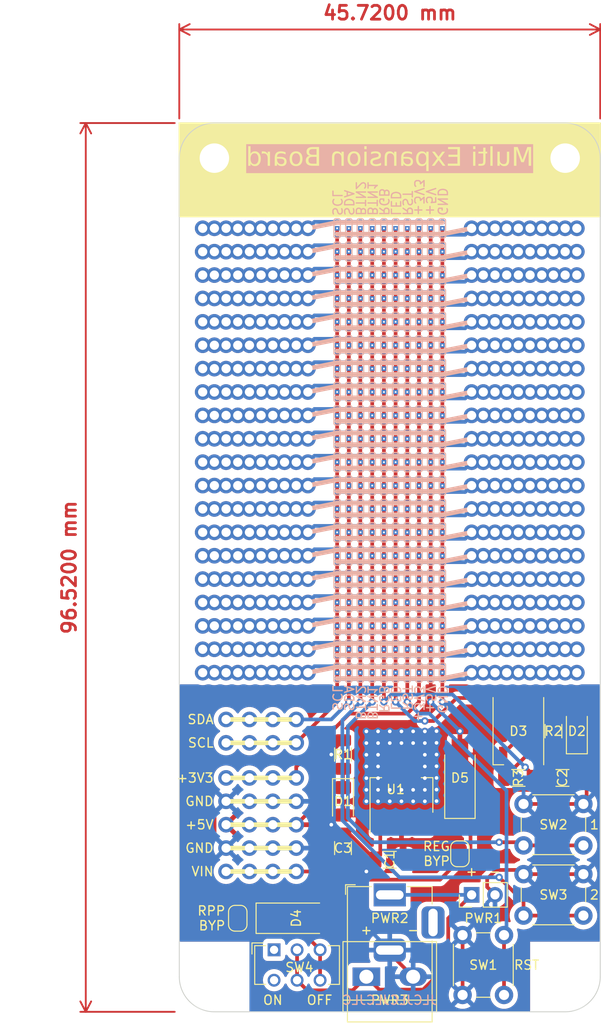
<source format=kicad_pcb>
(kicad_pcb (version 20221018) (generator pcbnew)
  (layers (0 "F.Cu" signal) (31 "B.Cu" signal) (34 "B.Paste" user) (35 "F.Paste" user) (36 "B.SilkS" user "B.Silkscreen") (37 "F.SilkS" user "F.Silkscreen") (38 "B.Mask" user) (39 "F.Mask" user) (44 "Edge.Cuts" user))
  (net 0 "")
  (net 1 "/+5V")
  (net 2 "GND")
  (net 3 "/VIN")
  (net 4 "Net-(D1-K)")
  (net 5 "/LED")
  (net 6 "/RST")
  (net 7 "Net-(D2-K)")
  (net 9 "Net-(D3-DIN)")
  (net 10 "Net-(D4-A)")
  (net 11 "/+3V3")
  (net 12 "/SDA")
  (net 13 "/SCL")
  (net 14 "Pin_1")
  (net 15 "Pin_40")
  (net 16 "Pin_2")
  (net 17 "Pin_39")
  (net 18 "Pin_3")
  (net 19 "Pin_38")
  (net 20 "Pin_4")
  (net 21 "Pin_37")
  (net 22 "Pin_5")
  (net 23 "Pin_36")
  (net 24 "Pin_6")
  (net 25 "Pin_35")
  (net 26 "Pin_7")
  (net 27 "Pin_34")
  (net 28 "Pin_8")
  (net 29 "Pin_33")
  (net 30 "Pin_9")
  (net 31 "Pin_32")
  (net 32 "Pin_10")
  (net 33 "Pin_31")
  (net 34 "Pin_11")
  (net 35 "Pin_30")
  (net 36 "Pin_12")
  (net 37 "Pin_29")
  (net 38 "Pin_13")
  (net 39 "Pin_28")
  (net 40 "Pin_14")
  (net 41 "Pin_27")
  (net 42 "Pin_15")
  (net 43 "Pin_26")
  (net 44 "Pin_16")
  (net 45 "Pin_25")
  (net 46 "Pin_17")
  (net 47 "Pin_24")
  (net 48 "Pin_18")
  (net 49 "Pin_23")
  (net 50 "Pin_19")
  (net 51 "Pin_22")
  (net 52 "Pin_20")
  (net 53 "Pin_21")
  (net 54 "/BTN1")
  (net 55 "/RGB")
  (net 56 "/BTN2")
  (net 59 "Net-(PWR1-Pin_1)")
  (footprint "Custom:PinHeader_1x04_P2.54mm_Vertical_No_Silk" (layer "F.Cu") (at 48.26 142.24 90)
    (fp_text reference "J23" hide)
    (fp_text value "Conn_01x04" hide)
  )
  (footprint "Custom:PinHeader_1x20_P2.54mm_Vertical_No_Silk" (layer "F.Cu") (at 53.34 72.39)
    (fp_text reference "J7" hide)
    (fp_text value "Conn_01x20" hide)
  )
  (footprint "Custom:PinHeader_1x04_P2.54mm_Vertical_No_Silk" (layer "F.Cu") (at 48.26 132.08 90)
    (fp_text reference "J25" hide)
    (fp_text value "Conn_01x04" hide)
  )
  (footprint "Connector_BarrelJack:BarrelJack_Horizontal" (layer "F.Cu") (at 66.04 144.78 90)
    (fp_text reference "PWR2")
    (fp_text value "Barrel_Jack" hide)
  )
  (footprint "Button_Switch_THT:SW_PUSH_6mm" (layer "F.Cu") (at 80.57 134.91)
    (fp_text reference "SW2")
    (fp_text value "SW_Push" hide)
  )
  (footprint "Button_Switch_THT:SW_PUSH_6mm" (layer "F.Cu") (at 80.57 142.53)
    (fp_text reference "SW3")
    (fp_text value "SW_Push" hide)
  )
  (footprint "Button_Switch_THT:SW_PUSH_6mm" (layer "F.Cu") (at 73.95 155.65 90)
    (fp_text reference "SW1")
    (fp_text value "SW_Push" hide)
  )
  (footprint "Custom:PinHeader_1x20_P2.54mm_Vertical_No_Silk" (layer "F.Cu") (at 54.61 72.39)
    (fp_text reference "J8" hide)
    (fp_text value "Conn_01x20" hide)
  )
  (footprint "LED_SMD:LED_1206_3216Metric_Pad1.42x1.75mm_HandSolder" (layer "F.Cu") (at 86.36 127 90)
    (fp_text reference "D2")
    (fp_text value "LED" hide)
  )
  (footprint "MountingHole:MountingHole_3.2mm_M3" (layer "F.Cu") (at 46.99 153.67)
    (fp_text reference "")
    (fp_text value "MountingHole_3.2mm_M3" hide)
  )
  (footprint "Custom:PinHeader_1x20_P2.54mm_Vertical_No_Silk" (layer "F.Cu") (at 80.01 72.39)
    (fp_text reference "J15" hide)
    (fp_text value "Conn_01x20" hide)
  )
  (footprint "Diode_SMD:D_SMA_Handsoldering" (layer "F.Cu") (at 55.92 147.32)
    (fp_text reference "D4")
    (fp_text value "D" hide)
  )
  (footprint "Resistor_SMD:R_1206_3216Metric_Pad1.30x1.75mm_HandSolder" (layer "F.Cu") (at 80.01 132.08 180)
    (fp_text reference "R3")
    (fp_text value "470R" hide)
  )
  (footprint "Custom:PinHeader_1x20_P2.54mm_Vertical_No_Silk" (layer "F.Cu") (at 46.99 72.39)
    (fp_text reference "J2" hide)
    (fp_text value "Conn_01x20" hide)
  )
  (footprint "Connector_PinHeader_2.54mm:PinHeader_1x02_P2.54mm_Vertical" (layer "F.Cu") (at 74.93 144.78 90)
    (fp_text reference "PWR1")
    (fp_text value "Conn_01x02" hide)
  )
  (footprint "Custom:PinHeader_1x04_P2.54mm_Vertical_No_Silk" (layer "F.Cu") (at 48.26 134.62 90)
    (fp_text reference "J22" hide)
    (fp_text value "Conn_01x04" hide)
  )
  (footprint "Custom:PinHeader_1x20_P2.54mm_Vertical_No_Silk" (layer "F.Cu") (at 81.28 72.39)
    (fp_text reference "J16" hide)
    (fp_text value "Conn_01x20" hide)
  )
  (footprint "Custom:PinHeader_1x20_P2.54mm_Vertical_No_Silk" (layer "F.Cu") (at 45.72 72.39)
    (fp_text reference "J1" hide)
    (fp_text value "Conn_01x20" hide)
  )
  (footprint "Custom:PinHeader_1x04_P2.54mm_Vertical_No_Silk" (layer "F.Cu") (at 48.26 137.16 90)
    (fp_text reference "J24" hide)
    (fp_text value "Conn_01x04" hide)
  )
  (footprint "Custom:PinHeader_1x04_P2.54mm_Vertical_No_Silk" (layer "F.Cu") (at 48.26 125.73 90)
    (fp_text reference "J26" hide)
    (fp_text value "Conn_01x04" hide)
  )
  (footprint "Custom:PinHeader_1x20_P2.54mm_Vertical_No_Silk" (layer "F.Cu") (at 77.47 72.39)
    (fp_text reference "J13" hide)
    (fp_text value "Conn_01x20" hide)
  )
  (footprint "LED_SMD:LED_1206_3216Metric_Pad1.42x1.75mm_HandSolder" (layer "F.Cu") (at 60.96 134.62 -90)
    (fp_text reference "D1")
    (fp_text value "LED" hide)
  )
  (footprint "Custom:PinHeader_1x20_P2.54mm_Vertical_No_Silk" (layer "F.Cu") (at 50.8 72.39)
    (fp_text reference "J5" hide)
    (fp_text value "Conn_01x20" hide)
  )
  (footprint "Custom:PinHeader_1x20_P2.54mm_Vertical_No_Silk" (layer "F.Cu") (at 74.93 72.39)
    (fp_text reference "J11" hide)
    (fp_text value "Conn_01x20" hide)
  )
  (footprint "Custom:PinHeader_1x20_P2.54mm_Vertical_No_Silk" (layer "F.Cu") (at 78.74 72.39)
    (fp_text reference "J14" hide)
    (fp_text value "Conn_01x20" hide)
  )
  (footprint "Custom:PinHeader_1x20_P2.54mm_Vertical_No_Silk" (layer "F.Cu") (at 48.26 72.39)
    (fp_text reference "J3" hide)
    (fp_text value "Conn_01x20" hide)
  )
  (footprint "Capacitor_SMD:C_1206_3216Metric_Pad1.33x1.80mm_HandSolder" (layer "F.Cu") (at 66.04 140.97)
    (fp_text reference "C1")
    (fp_text value "0.1uF" hide)
  )
  (footprint "Package_TO_SOT_SMD:SOT-223-3_TabPin2" (layer "F.Cu") (at 67.31 133.96 90)
    (fp_text reference "U1")
    (fp_text value "AMS1117-5.0" hide)
  )
  (footprint "Jumper:SolderJumper-2_P1.3mm_Open_RoundedPad1.0x1.5mm" (layer "F.Cu") (at 49.53 147.32 90)
    (fp_text reference "JP1" hide)
    (fp_text value "SolderJumper_2_Open" hide)
  )
  (footprint "TerminalBlock:TerminalBlock_bornier-2_P5.08mm" (layer "F.Cu") (at 63.5 153.67)
    (fp_text reference "PWR3")
    (fp_text value "Screw_Terminal_01x02" hide)
  )
  (footprint "MountingHole:MountingHole_3.2mm_M3" (layer "F.Cu") (at 85.09 153.67)
    (fp_text reference "")
    (fp_text value "MountingHole_3.2mm_M3" hide)
  )
  (footprint "Custom:PinHeader_1x20_P2.54mm_Vertical_No_Silk" (layer "F.Cu") (at 83.82 72.39)
    (fp_text reference "J18" hide)
    (fp_text value "Conn_01x20" hide)
  )
  (footprint "Custom:PinHeader_1x20_P2.54mm_Vertical_No_Silk" (layer "F.Cu") (at 49.53 72.39)
    (fp_text reference "J4" hide)
    (fp_text value "Conn_01x20" hide)
  )
  (footprint "Capacitor_SMD:C_1206_3216Metric_Pad1.33x1.80mm_HandSolder" (layer "F.Cu") (at 84.7975 132.08 180)
    (fp_text reference "C2")
    (fp_text value "10uF" hide)
  )
  (footprint "Resistor_SMD:R_1206_3216Metric_Pad1.30x1.75mm_HandSolder" (layer "F.Cu") (at 83.82 127 90)
    (fp_text reference "R2")
    (fp_text value "R" hide)
  )
  (footprint "LED_SMD:LED_WS2812B_PLCC4_5.0x5.0mm_P3.2mm" (layer "F.Cu") (at 80.01 127 -90)
    (fp_text reference "D3")
    (fp_text value "WS2812B" hide)
  )
  (footprint "MountingHole:MountingHole_3.2mm_M3" (layer "F.Cu") (at 85.09 64.77)
    (fp_text reference "")
    (fp_text value "MountingHole_3.2mm_M3" hide)
  )
  (footprint "Button_Switch_THT:SW_CuK_JS202011CQN_DPDT_Straight" (layer "F.Cu") (at 53.4725 150.75)
    (fp_text reference "SW4")
    (fp_text value "SW_SPST" hide)
  )
  (footprint "Custom:PinHeader_1x04_P2.54mm_Vertical_No_Silk" (layer "F.Cu") (at 48.26 128.27 90)
    (fp_text reference "J27" hide)
    (fp_text value "Conn_01x04" hide)
  )
  (footprint "Resistor_SMD:R_1206_3216Metric_Pad1.30x1.75mm_HandSolder" (layer "F.Cu") (at 60.96 129.539999 90)
    (fp_text reference "R1")
    (fp_text value "R" hide)
  )
  (footprint "Custom:PinHeader_1x20_P2.54mm_Vertical_No_Silk" (layer "F.Cu") (at 57.15 72.39)
    (fp_text reference "J10" hide)
    (fp_text value "Conn_01x20" hide)
  )
  (footprint "MountingHole:MountingHole_3.2mm_M3" (layer "F.Cu") (at 46.99 64.77)
    (fp_text reference "")
    (fp_text value "MountingHole_3.2mm_M3" hide)
  )
  (footprint "Capacitor_SMD:C_1206_3216Metric_Pad1.33x1.80mm_HandSolder" (layer "F.Cu") (at 60.96 139.7 90)
    (fp_text reference "C3")
    (fp_text value "10uF" hide)
  )
  (footprint "Custom:PinHeader_1x20_P2.54mm_Vertical_No_Silk" (layer "F.Cu") (at 55.88 72.39)
    (fp_text reference "J9" hide)
    (fp_text value "Conn_01x20" hide)
  )
  (footprint "Custom:PinHeader_1x20_P2.54mm_Vertical_No_Silk" (layer "F.Cu") (at 86.36 72.39)
    (fp_text reference "J20" hide)
    (fp_text value "Conn_01x20" hide)
  )
  (footprint "Jumper:SolderJumper-2_P1.3mm_Open_RoundedPad1.0x1.5mm" (layer "F.Cu") (at 73.66 140.32 90)
    (fp_text reference "JP2" hide)
    (fp_text value "SolderJumper_2_Open" hide)
  )
  (footprint "Custom:PinHeader_1x20_P2.54mm_Vertical_No_Silk" (layer "F.Cu") (at 76.2 72.39)
    (fp_text reference "J12" hide)
    (fp_text value "Conn_01x20" hide)
  )
  (footprint "Custom:PinHeader_1x20_P2.54mm_Vertical_No_Silk" (layer "F.Cu") (at 52.07 72.39)
    (fp_text reference "J6" hide)
    (fp_text value "Conn_01x20" hide)
  )
  (footprint "Diode_SMD:D_SMA_Handsoldering" (layer "F.Cu") (at 73.66 132.08 90)
    (fp_text reference "D5")
    (fp_text value "D" hide)
  )
  (footprint "Custom:PinHeader_1x20_P2.54mm_Vertical_No_Silk" (layer "F.Cu") (at 82.55 72.39)
    (fp_text reference "J17" hide)
    (fp_text value "Conn_01x20" hide)
  )
  (footprint "Custom:PinHeader_1x20_P2.54mm_Vertical_No_Silk" (layer "F.Cu") (at 85.09 72.39)
    (fp_text reference "J19" hide)
    (fp_text value "Conn_01x20" hide)
  )
  (footprint "Custom:PinHeader_1x04_P2.54mm_Vertical_No_Silk" (layer "F.Cu") (at 48.26 139.7 90)
    (fp_text reference "J21" hide)
    (fp_text value "Conn_01x04" hide)
  )
  (footprint "Custom:SolderJumper-mini-3" (layer "B.Cu") (at 64.135 82.55 -90)
    (fp_text reference "JP87" hide)
    (fp_text value "SolderJumper_3_Open" hide)
  )
  (footprint "Custom:SolderJumper-mini-3" (layer "B.Cu") (at 70.485 85.089999 -90)
    (fp_text reference "JP8" hide)
    (fp_text value "SolderJumper_3_Open" hide)
  )
  (footprint "Custom:SolderJumper-mini-3" (layer "B.Cu") (at 62.865 77.47 -90)
    (fp_text reference "JP185" hide)
    (fp_text value "SolderJumper_3_Open" hide)
  )
  (footprint "Custom:SolderJumper-mini-3" (layer "B.Cu") (at 65.405 90.169999 -90)
    (fp_text reference "JP110" hide)
    (fp_text value "SolderJumper_3_Open" hide)
  )
  (footprint "Custom:SolderJumper-mini-3" (layer "B.Cu") (at 67.945 115.57 -90)
    (fp_text reference "JP180" hide)
    (fp_text value "SolderJumper_3_Open" hide)
  )
  (footprint "Custom:SolderJumper-mini-3" (layer "B.Cu") (at 69.215 105.41 -90)
    (fp_text reference "JP56" hide)
    (fp_text value "SolderJumper_3_Open" hide)
  )
  (footprint "Custom:SolderJumper-mini-3" (layer "B.Cu") (at 66.675 80.01 -90)
    (fp_text reference "JP66" hide)
    (fp_text value "SolderJumper_3_Open" hide)
  )
  (footprint "Custom:SolderJumper-mini-3" (layer "B.Cu") (at 60.325 95.25 -90)
    (fp_text reference "JP152" hide)
    (fp_text value "SolderJumper_3_Open" hide)
  )
  (footprint "Custom:SolderJumper-mini-3" (layer "B.Cu") (at 71.755 110.489999 -90)
    (fp_text reference "JP38" hide)
    (fp_text value "SolderJumper_3_Open" hide)
  )
  (footprint "Custom:SolderJumper-mini-3" (layer "B.Cu") (at 71.755 113.029999 -90)
    (fp_text reference "JP39" hide)
    (fp_text value "SolderJumper_3_Open" hide)
  )
  (footprint "Custom:SolderJumper-mini-3" (layer "B.Cu") (at 61.595 77.469999 -90)
    (fp_text reference "JP125" hide)
    (fp_text value "SolderJumper_3_Open" hide)
  )
  (footprint "Custom:SolderJumper-mini-3" (layer "B.Cu") (at 71.755 97.789999 -90)
    (fp_text reference "JP33" hide)
    (fp_text value "SolderJumper_3_Open" hide)
  )
  (footprint "Custom:SolderJumper-mini-3" (layer "B.Cu") (at 66.675 92.71 -90)
    (fp_text reference "JP71" hide)
    (fp_text value "SolderJumper_3_Open" hide)
  )
  (footprint "Custom:SolderJumper-mini-3" (layer "B.Cu") (at 60.325 87.629999 -90)
    (fp_text reference "JP149" hide)
    (fp_text value "SolderJumper_3_Open" hide)
  )
  (footprint "Custom:SolderJumper-mini-3" (layer "B.Cu") (at 64.135 87.629999 -90)
    (fp_text reference "JP89" hide)
    (fp_text value "SolderJumper_3_Open" hide)
  )
  (footprint "Custom:SolderJumper-mini-3" (layer "B.Cu") (at 60.325 92.71 -90)
    (fp_text reference "JP151" hide)
    (fp_text value "SolderJumper_3_Open" hide)
  )
  (footprint "Custom:SolderJumper-mini-3" (layer "B.Cu") (at 69.215 113.029999 -90)
    (fp_text reference "JP59" hide)
    (fp_text value "SolderJumper_3_Open" hide)
  )
  (footprint "Custom:SolderJumper-mini-3" (layer "B.Cu") (at 71.755 92.71 -90)
    (fp_text reference "JP31" hide)
    (fp_text value "SolderJumper_3_Open" hide)
  )
  (footprint "Custom:SolderJumper-mini-3" (layer "B.Cu") (at 60.325 113.029999 -90)
    (fp_text reference "JP159" hide)
    (fp_text value "SolderJumper_3_Open" hide)
  )
  (footprint "Custom:SolderJumper-mini-3" (layer "B.Cu") (at 67.945 82.55 -90)
    (fp_text reference "JP167" hide)
    (fp_text value "SolderJumper_3_Open" hide)
  )
  (footprint "Custom:SolderJumper-mini-3" (layer "B.Cu") (at 71.755 80.01 -90)
    (fp_text reference "JP26" hide)
    (fp_text value "SolderJumper_3_Open" hide)
  )
  (footprint "Custom:SolderJumper-mini-3" (layer "B.Cu") (at 64.135 80.01 -90)
    (fp_text reference "JP86" hide)
    (fp_text value "SolderJumper_3_Open" hide)
  )
  (footprint "Custom:SolderJumper-mini-3" (layer "B.Cu") (at 61.595 92.71 -90)
    (fp_text reference "JP131" hide)
    (fp_text value "SolderJumper_3_Open" hide)
  )
  (footprint "Custom:SolderJumper-mini-3" (layer "B.Cu") (at 69.215 77.469999 -90)
    (fp_text reference "JP45" hide)
    (fp_text value "SolderJumper_3_Open" hide)
  )
  (footprint "Custom:SolderJumper-mini-3" (layer "B.Cu") (at 70.485 105.41 -90)
    (fp_text reference "JP16" hide)
    (fp_text value "SolderJumper_3_Open" hide)
  )
  (footprint "Custom:SolderJumper-mini-3" (layer "B.Cu") (at 64.135 102.87 -90)
    (fp_text reference "JP95" hide)
    (fp_text value "SolderJumper_3_Open" hide)
  )
  (footprint "Custom:SolderJumper-mini-3" (layer "B.Cu") (at 65.405 72.39 -90)
    (fp_text reference "JP103" hide)
    (fp_text value "SolderJumper_3_Open" hide)
  )
  (footprint "Custom:SolderJumper-mini-3" (layer "B.Cu") (at 65.405 110.489999 -90)
    (fp_text reference "JP118" hide)
    (fp_text value "SolderJumper_3_Open" hide)
  )
  (footprint "Custom:SolderJumper-mini-3" (layer "B.Cu") (at 64.135 95.25 -90)
    (fp_text reference "JP92" hide)
    (fp_text value "SolderJumper_3_Open" hide)
  )
  (footprint "Custom:SolderJumper-mini-3" (layer "B.Cu") (at 69.215 118.11 -90)
    (fp_text reference "JP61" hide)
    (fp_text value "SolderJumper_3_Open" hide)
  )
  (footprint "Custom:SolderJumper-mini-3" (layer "B.Cu") (at 70.485 80.01 -90)
    (fp_text reference "JP6" hide)
    (fp_text value "SolderJumper_3_Open" hide)
  )
  (footprint "Custom:SolderJumper-mini-3" (layer "B.Cu") (at 60.325 115.57 -90)
    (fp_text reference "JP160" hide)
    (fp_text value "SolderJumper_3_Open" hide)
  )
  (footprint "Custom:SolderJumper-mini-3" (layer "B.Cu") (at 71.755 90.169999 -90)
    (fp_text reference "JP30" hide)
    (fp_text value "SolderJumper_3_Open" hide)
  )
  (footprint "Custom:SolderJumper-mini-3" (layer "B.Cu") (at 66.675 113.029999 -90)
    (fp_text reference "JP79" hide)
    (fp_text value "SolderJumper_3_Open" hide)
  )
  (footprint "Custom:SolderJumper-mini-3" (layer "B.Cu") (at 71.755 74.929999 -90)
    (fp_text reference "JP24" hide)
    (fp_text value "SolderJumper_3_Open" hide)
  )
  (footprint "Custom:SolderJumper-mini-3" (layer "B.Cu") (at 64.135 74.929999 -90)
    (fp_text reference "JP84" hide)
    (fp_text value "SolderJumper_3_Open" hide)
  )
  (footprint "Custom:SolderJumper-mini-3" (layer "B.Cu") (at 64.135 118.11 -90)
    (fp_text reference "JP101" hide)
    (fp_text value "SolderJumper_3_Open" hide)
  )
  (footprint "Custom:SolderJumper-mini-3" (layer "B.Cu") (at 67.945 95.25 -90)
    (fp_text reference "JP172" hide)
    (fp_text value "SolderJumper_3_Open" hide)
  )
  (footprint "Custom:SolderJumper-mini-3" (layer "B.Cu") (at 69.215 74.929999 -90)
    (fp_text reference "JP44" hide)
    (fp_text value "SolderJumper_3_Open" hide)
  )
  (footprint "Custom:SolderJumper-mini-3" (layer "B.Cu") (at 65.405 77.469999 -90)
    (fp_text reference "JP105" hide)
    (fp_text value "SolderJumper_3_Open" hide)
  )
  (footprint "Custom:SolderJumper-mini-3" (layer "B.Cu") (at 60.325 72.39 -90)
    (fp_text reference "JP143" hide)
    (fp_text value "SolderJumper_3_Open" hide)
  )
  (footprint "Custom:SolderJumper-mini-3" (layer "B.Cu") (at 65.405 87.629999 -90)
    (fp_text reference "JP109" hide)
    (fp_text value "SolderJumper_3_Open" hide)
  )
  (footprint "Custom:SolderJumper-mini-3" (layer "B.Cu") (at 66.675 110.489999 -90)
    (fp_text reference "JP78" hide)
    (fp_text value "SolderJumper_3_Open" hide)
  )
  (footprint "Custom:SolderJumper-mini-3" (layer "B.Cu") (at 62.865 102.87 -90)
    (fp_text reference "JP195" hide)
    (fp_text value "SolderJumper_3_Open" hide)
  )
  (footprint "Custom:SolderJumper-mini-3" (layer "B.Cu") (at 64.135 77.469999 -90)
    (fp_text reference "JP85" hide)
    (fp_text value "SolderJumper_3_Open" hide)
  )
  (footprint "Custom:SolderJumper-mini-3" (layer "B.Cu") (at 69.215 120.649999 -90)
    (fp_text reference "JP62" hide)
    (fp_text value "SolderJumper_3_Open" hide)
  )
  (footprint "Custom:SolderJumper-mini-3" (layer "B.Cu") (at 69.215 107.949999 -90)
    (fp_text reference "JP57" hide)
    (fp_text value "SolderJumper_3_Open" hide)
  )
  (footprint "Custom:SolderJumper-mini-3" (layer "B.Cu") (at 70.485 107.949999 -90)
    (fp_text reference "JP17" hide)
    (fp_text value "SolderJumper_3_Open" hide)
  )
  (footprint "Custom:SolderJumper-mini-3" (layer "B.Cu") (at 61.595 110.489999 -90)
    (fp_text reference "JP138" hide)
    (fp_text value "SolderJumper_3_Open" hide)
  )
  (footprint "Custom:SolderJumper-mini-3" (layer "B.Cu") (at 61.595 115.57 -90)
    (fp_text reference "JP140" hide)
    (fp_text value "SolderJumper_3_Open" hide)
  )
  (footprint "Custom:SolderJumper-mini-3" (layer "B.Cu") (at 65.405 82.55 -90)
    (fp_text reference "JP107" hide)
    (fp_text value "SolderJumper_3_Open" hide)
  )
  (footprint "Custom:SolderJumper-mini-3" (layer "B.Cu") (at 65.405 85.089999 -90)
    (fp_text reference "JP108" hide)
    (fp_text value "SolderJumper_3_Open" hide)
  )
  (footprint "Custom:SolderJumper-mini-3" (layer "B.Cu") (at 71.755 118.11 -90)
    (fp_text reference "JP41" hide)
    (fp_text value "SolderJumper_3_Open" hide)
  )
  (footprint "Custom:SolderJumper-mini-3" (layer "B.Cu") (at 69.215 92.71 -90)
    (fp_text reference "JP51" hide)
    (fp_text value "SolderJumper_3_Open" hide)
  )
  (footprint "Custom:SolderJumper-mini-3" (layer "B.Cu") (at 69.215 87.629999 -90)
    (fp_text reference "JP49" hide)
    (fp_text value "SolderJumper_3_Open" hide)
  )
  (footprint "Custom:SolderJumper-mini-3" (layer "B.Cu") (at 62.845 72.390001 -90)
    (fp_text reference "JP183" hide)
    (fp_text value "SolderJumper_3_Open" hide)
  )
  (footprint "Custom:SolderJumper-mini-3" (layer "B.Cu") (at 70.485 72.39 -90)
    (fp_text reference "JP3" hide)
    (fp_text value "SolderJumper_3_Open" hide)
  )
  (footprint "Custom:SolderJumper-mini-3" (layer "B.Cu") (at 65.405 105.41 -90)
    (fp_text reference "JP116" hide)
    (fp_text value "SolderJumper_3_Open" hide)
  )
  (footprint "Custom:SolderJumper-mini-3" (layer "B.Cu") (at 70.485 110.489999 -90)
    (fp_text reference "JP18" hide)
    (fp_text value "SolderJumper_3_Open" hide)
  )
  (footprint "Custom:SolderJumper-mini-3" (layer "B.Cu") (at 62.865 85.090001 -90)
    (fp_text reference "JP188" hide)
    (fp_text value "SolderJumper_3_Open" hide)
  )
  (footprint "Custom:SolderJumper-mini-3" (layer "B.Cu") (at 62.865 74.930001 -90)
    (fp_text reference "JP184" hide)
    (fp_text value "SolderJumper_3_Open" hide)
  )
  (footprint "Custom:SolderJumper-mini-3" (layer "B.Cu") (at 61.595 87.629999 -90)
    (fp_text reference "JP129" hide)
    (fp_text value "SolderJumper_3_Open" hide)
  )
  (footprint "Custom:SolderJumper-mini-3" (layer "B.Cu") (at 67.945 74.929998 -90)
    (fp_text reference "JP164" hide)
    (fp_text value "SolderJumper_3_Open" hide)
  )
  (footprint "Custom:SolderJumper-mini-3" (layer "B.Cu") (at 60.325 102.87 -90)
    (fp_text reference "JP155" hide)
    (fp_text value "SolderJumper_3_Open" hide)
  )
  (footprint "Custom:SolderJumper-mini-3" (layer "B.Cu") (at 61.595 107.949999 -90)
    (fp_text reference "JP137" hide)
    (fp_text value "SolderJumper_3_Open" hide)
  )
  (footprint "Custom:SolderJumper-mini-3" (layer "B.Cu") (at 60.325 105.41 -90)
    (fp_text reference "JP156" hide)
    (fp_text value "SolderJumper_3_Open" hide)
  )
  (footprint "Custom:SolderJumper-mini-3" (layer "B.Cu") (at 62.865 90.17 -90)
    (fp_text reference "JP190" hide)
    (fp_text value "SolderJumper_3_Open" hide)
  )
  (footprint "Custom:SolderJumper-mini-3" (layer "B.Cu") (at 61.595 113.029999 -90)
    (fp_text reference "JP139" hide)
    (fp_text value "SolderJumper_3_Open" hide)
  )
  (footprint "Custom:SolderJumper-mini-3" (layer "B.Cu") (at 66.675 120.649999 -90)
    (fp_text reference "JP82" hide)
    (fp_text value "SolderJumper_3_Open" hide)
  )
  (footprint "Custom:SolderJumper-mini-3" (layer "B.Cu") (at 66.675 85.09 -90)
    (fp_text reference "JP68" hide)
    (fp_text value "SolderJumper_3_Open" hide)
  )
  (footprint "Custom:SolderJumper-mini-3" (layer "B.Cu") (at 69.215 100.329999 -90)
    (fp_text reference "JP54" hide)
    (fp_text value "SolderJumper_3_Open" hide)
  )
  (footprint "Custom:SolderJumper-mini-3" (layer "B.Cu") (at 60.325 74.929999 -90)
    (fp_text reference "JP144" hide)
    (fp_text value "SolderJumper_3_Open" hide)
  )
  (footprint "Custom:SolderJumper-mini-3" (layer "B.Cu") (at 64.135 107.949999 -90)
    (fp_text reference "JP97" hide)
    (fp_text value "SolderJumper_3_Open" hide)
  )
  (footprint "Custom:SolderJumper-mini-3" (layer "B.Cu") (at 60.325 80.01 -90)
    (fp_text reference "JP146" hide)
    (fp_text value "SolderJumper_3_Open" hide)
  )
  (footprint "Custom:SolderJumper-mini-3" (layer "B.Cu") (at 65.405 97.789999 -90)
    (fp_text reference "JP113" hide)
    (fp_text value "SolderJumper_3_Open" hide)
  )
  (footprint "Custom:SolderJumper-mini-3" (layer "B.Cu") (at 64.135 97.789999 -90)
    (fp_text reference "JP93" hide)
    (fp_text value "SolderJumper_3_Open" hide)
  )
  (footprint "Custom:SolderJumper-mini-3" (layer "B.Cu") (at 67.945 107.949998 -90)
    (fp_text reference "JP177" hide)
    (fp_text value "SolderJumper_3_Open" hide)
  )
  (footprint "Custom:SolderJumper-mini-3" (layer "B.Cu") (at 60.325 120.649999 -90)
    (fp_text reference "JP162" hide)
    (fp_text value "SolderJumper_3_Open" hide)
  )
  (footprint "Custom:SolderJumper-mini-3" (layer "B.Cu") (at 61.595 97.789999 -90)
    (fp_text reference "JP133" hide)
    (fp_text value "SolderJumper_3_Open" hide)
  )
  (footprint "Custom:SolderJumper-mini-3" (layer "B.Cu") (at 66.675 72.39 -90)
    (fp_text reference "JP63" hide)
    (fp_text value "SolderJumper_3_Open" hide)
  )
  (footprint "Custom:SolderJumper-mini-3" (layer "B.Cu") (at 62.865 82.550001 -90)
    (fp_text reference "JP187" hide)
    (fp_text value "SolderJumper_3_Open" hide)
  )
  (footprint "Custom:SolderJumper-mini-3" (layer "B.Cu") (at 71.755 100.329999 -90)
    (fp_text reference "JP34" hide)
    (fp_text value "SolderJumper_3_Open" hide)
  )
  (footprint "Custom:SolderJumper-mini-3" (layer "B.Cu") (at 70.485 115.57 -90)
    (fp_text reference "JP20" hide)
    (fp_text value "SolderJumper_3_Open" hide)
  )
  (footprint "Custom:SolderJumper-mini-3" (layer "B.Cu") (at 64.135 92.71 -90)
    (fp_text reference "JP91" hide)
    (fp_text value "SolderJumper_3_Open" hide)
  )
  (footprint "Custom:SolderJumper-mini-3" (layer "B.Cu") (at 70.485 113.029999 -90)
    (fp_text reference "JP19" hide)
    (fp_text value "SolderJumper_3_Open" hide)
  )
  (footprint "Custom:SolderJumper-mini-3" (layer "B.Cu") (at 66.675 95.25 -90)
    (fp_text reference "JP72" hide)
    (fp_text value "SolderJumper_3_Open" hide)
  )
  (footprint "Custom:SolderJumper-mini-3" (layer "B.Cu") (at 65.405 118.11 -90)
    (fp_text reference "JP121" hide)
    (fp_text value "SolderJumper_3_Open" hide)
  )
  (footprint "Custom:SolderJumper-mini-3" (layer "B.Cu") (at 65.405 80.01 -90)
    (fp_text reference "JP106" hide)
    (fp_text value "SolderJumper_3_Open" hide)
  )
  (footprint "Custom:SolderJumper-mini-3" (layer "B.Cu") (at 64.135 120.649999 -90)
    (fp_text reference "JP102" hide)
    (fp_text value "SolderJumper_3_Open" hide)
  )
  (footprint "Custom:SolderJumper-mini-3" (layer "B.Cu") (at 62.845 115.570001 -90)
    (fp_text reference "JP200" hide)
    (fp_text value "SolderJumper_3_Open" hide)
  )
  (footprint "Custom:SolderJumper-mini-3" (layer "B.Cu") (at 65.405 113.029999 -90)
    (fp_text reference "JP119" hide)
    (fp_text value "SolderJumper_3_Open" hide)
  )
  (footprint "Custom:SolderJumper-mini-3" (layer "B.Cu") (at 61.595 120.649999 -90)
    (fp_text reference "JP142" hide)
    (fp_text value "SolderJumper_3_Open" hide)
  )
  (footprint "Custom:SolderJumper-mini-3" (layer "B.Cu") (at 70.485 92.71 -90)
    (fp_text reference "JP11" hide)
    (fp_text value "SolderJumper_3_Open" hide)
  )
  (footprint "Custom:SolderJumper-mini-3" (layer "B.Cu") (at 66.675 115.57 -90)
    (fp_text reference "JP80" hide)
    (fp_text value "SolderJumper_3_Open" hide)
  )
  (footprint "Custom:SolderJumper-mini-3" (layer "B.Cu") (at 69.215 110.489999 -90)
    (fp_text reference "JP58" hide)
    (fp_text value "SolderJumper_3_Open" hide)
  )
  (footprint "Custom:SolderJumper-mini-3" (layer "B.Cu") (at 71.755 85.09 -90)
    (fp_text reference "JP28" hide)
    (fp_text value "SolderJumper_3_Open" hide)
  )
  (footprint "Custom:SolderJumper-mini-3" (layer "B.Cu") (at 70.485 90.169999 -90)
    (fp_text reference "JP10" hide)
    (fp_text value "SolderJumper_3_Open" hide)
  )
  (footprint "Custom:SolderJumper-mini-3" (layer "B.Cu") (at 61.595 90.169999 -90)
    (fp_text reference "JP130" hide)
    (fp_text value "SolderJumper_3_Open" hide)
  )
  (footprint "Custom:SolderJumper-mini-3" (layer "B.Cu") (at 70.485 74.929999 -90)
    (fp_text reference "JP4" hide)
    (fp_text value "SolderJumper_3_Open" hide)
  )
  (footprint "Custom:SolderJumper-mini-3" (layer "B.Cu") (at 62.865 105.41 -90)
    (fp_text reference "JP196" hide)
    (fp_text value "SolderJumper_3_Open" hide)
  )
  (footprint "Custom:SolderJumper-mini-3" (layer "B.Cu") (at 67.945 120.649998 -90)
    (fp_text reference "JP182" hide)
    (fp_text value "SolderJumper_3_Open" hide)
  )
  (footprint "Custom:SolderJumper-mini-3" (layer "B.Cu") (at 62.844999 113.030001 -90)
    (fp_text reference "JP199" hide)
    (fp_text value "SolderJumper_3_Open" hide)
  )
  (footprint "Custom:SolderJumper-mini-3" (layer "B.Cu") (at 67.945 90.169999 -90)
    (fp_text reference "JP170" hide)
    (fp_text value "SolderJumper_3_Open" hide)
  )
  (footprint "Custom:SolderJumper-mini-3" (layer "B.Cu") (at 70.485 97.789999 -90)
    (fp_text reference "JP13" hide)
    (fp_text value "SolderJumper_3_Open" hide)
  )
  (footprint "Custom:SolderJumper-mini-3" (layer "B.Cu") (at 67.945 92.71 -90)
    (fp_text reference "JP171" hide)
    (fp_text value "SolderJumper_3_Open" hide)
  )
  (footprint "Custom:SolderJumper-mini-3" (layer "B.Cu") (at 65.405 107.949999 -90)
    (fp_text reference "JP117" hide)
    (fp_text value "SolderJumper_3_Open" hide)
  )
  (footprint "Custom:SolderJumper-mini-3" (layer "B.Cu") (at 67.945 87.629998 -90)
    (fp_text reference "JP169" hide)
    (fp_text value "SolderJumper_3_Open" hide)
  )
  (footprint "Custom:SolderJumper-mini-3" (layer "B.Cu") (at 66.675 107.95 -90)
    (fp_text reference "JP77" hide)
    (fp_text value "SolderJumper_3_Open" hide)
  )
  (footprint "Custom:SolderJumper-mini-3" (layer "B.Cu") (at 60.325 82.55 -90)
    (fp_text reference "JP147" hide)
    (fp_text value "SolderJumper_3_Open" hide)
  )
  (footprint "Custom:SolderJumper-mini-3" (layer "B.Cu") (at 69.215 85.089999 -90)
    (fp_text reference "JP48" hide)
    (fp_text value "SolderJumper_3_Open" hide)
  )
  (footprint "Custom:SolderJumper-mini-3" (layer "B.Cu") (at 71.755 102.87 -90)
    (fp_text reference "JP35" hide)
    (fp_text value "SolderJumper_3_Open" hide)
  )
  (footprint "Custom:SolderJumper-mini-3" (layer "B.Cu") (at 66.675 118.11 -90)
    (fp_text reference "JP81" hide)
    (fp_text value "SolderJumper_3_Open" hide)
  )
  (footprint "Custom:SolderJumper-mini-3" (layer "B.Cu") (at 70.485 120.649999 -90)
    (fp_text reference "JP22" hide)
    (fp_text value "SolderJumper_3_Open" hide)
  )
  (footprint "Custom:SolderJumper-mini-3" (layer "B.Cu") (at 62.865 107.95 -90)
    (fp_text reference "JP197" hide)
    (fp_text value "SolderJumper_3_Open" hide)
  )
  (footprint "Custom:SolderJumper-mini-3" (layer "B.Cu") (at 64.135 85.089999 -90)
    (fp_text reference "JP88" hide)
    (fp_text value "SolderJumper_3_Open" hide)
  )
  (footprint "Custom:SolderJumper-mini-3" (layer "B.Cu") (at 66.675 77.469999 -90)
    (fp_text reference "JP65" hide)
    (fp_text value "SolderJumper_3_Open" hide)
  )
  (footprint "Custom:SolderJumper-mini-3" (layer "B.Cu") (at 69.215 95.25 -90)
    (fp_text reference "JP52" hide)
    (fp_text value "SolderJumper_3_Open" hide)
  )
  (footprint "Custom:SolderJumper-mini-3" (layer "B.Cu") (at 66.675 87.629999 -90)
    (fp_text reference "JP69" hide)
    (fp_text value "SolderJumper_3_Open" hide)
  )
  (footprint "Custom:SolderJumper-mini-3" (layer "B.Cu") (at 66.675 74.929999 -90)
    (fp_text reference "JP64" hide)
    (fp_text value "SolderJumper_3_Open" hide)
  )
  (footprint "Custom:SolderJumper-mini-3" (layer "B.Cu") (at 64.135 113.029999 -90)
    (fp_text reference "JP99" hide)
    (fp_text value "SolderJumper_3_Open" hide)
  )
  (footprint "Custom:SolderJumper-mini-3" (layer "B.Cu") (at 62.865 95.250001 -90)
    (fp_text reference "JP192" hide)
    (fp_text value "SolderJumper_3_Open" hide)
  )
  (footprint "Custom:SolderJumper-mini-3" (layer "B.Cu") (at 61.595 82.55 -90)
    (fp_text reference "JP127" hide)
    (fp_text value "SolderJumper_3_Open" hide)
  )
  (footprint "Custom:SolderJumper-mini-3" (layer "B.Cu") (at 62.865 87.63 -90)
    (fp_text reference "JP189" hide)
    (fp_text value "SolderJumper_3_Open" hide)
  )
  (footprint "Custom:SolderJumper-mini-3" (layer "B.Cu") (at 60.325 85.089999 -90)
    (fp_text reference "JP148" hide)
    (fp_text value "SolderJumper_3_Open" hide)
  )
  (footprint "Custom:SolderJumper-mini-3" (layer "B.Cu") (at 60.325 107.949999 -90)
    (fp_text reference "JP157" hide)
    (fp_text value "SolderJumper_3_Open" hide)
  )
  (footprint "Custom:SolderJumper-mini-3" (layer "B.Cu") (at 66.675 90.169999 -90)
    (fp_text reference "JP70" hide)
    (fp_text value "SolderJumper_3_Open" hide)
  )
  (footprint "Custom:SolderJumper-mini-3" (layer "B.Cu") (at 71.755 105.41 -90)
    (fp_text reference "JP36" hide)
    (fp_text value "SolderJumper_3_Open" hide)
  )
  (footprint "Custom:SolderJumper-mini-3" (layer "B.Cu") (at 70.485 118.11 -90)
    (fp_text reference "JP21" hide)
    (fp_text value "SolderJumper_3_Open" hide)
  )
  (footprint "Custom:SolderJumper-mini-3" (layer "B.Cu") (at 71.755 82.55 -90)
    (fp_text reference "JP27" hide)
    (fp_text value "SolderJumper_3_Open" hide)
  )
  (footprint "Custom:SolderJumper-mini-3" (layer "B.Cu") (at 65.405 92.71 -90)
    (fp_text reference "JP111" hide)
    (fp_text value "SolderJumper_3_Open" hide)
  )
  (footprint "Custom:SolderJumper-mini-3" (layer "B.Cu") (at 71.755 95.25 -90)
    (fp_text reference "JP32" hide)
    (fp_text value "SolderJumper_3_Open" hide)
  )
  (footprint "Custom:SolderJumper-mini-3" (layer "B.Cu") (at 70.485 82.55 -90)
    (fp_text reference "JP7" hide)
    (fp_text value "SolderJumper_3_Open" hide)
  )
  (footprint "Custom:SolderJumper-mini-3" (layer "B.Cu") (at 62.865 80.010001 -90)
    (fp_text reference "JP186" hide)
    (fp_text value "SolderJumper_3_Open" hide)
  )
  (footprint "Custom:SolderJumper-mini-3" (layer "B.Cu") (at 70.485 87.629999 -90)
    (fp_text reference "JP9" hide)
    (fp_text value "SolderJumper_3_Open" hide)
  )
  (footprint "Custom:SolderJumper-mini-3" (layer "B.Cu") (at 69.215 82.55 -90)
    (fp_text reference "JP47" hide)
    (fp_text value "SolderJumper_3_Open" hide)
  )
  (footprint "Custom:SolderJumper-mini-3" (layer "B.Cu") (at 60.325 97.789999 -90)
    (fp_text reference "JP153" hide)
    (fp_text value "SolderJumper_3_Open" hide)
  )
  (footprint "Custom:SolderJumper-mini-3" (layer "B.Cu") (at 65.405 74.929999 -90)
    (fp_text reference "JP104" hide)
    (fp_text value "SolderJumper_3_Open" hide)
  )
  (footprint "Custom:SolderJumper-mini-3" (layer "B.Cu") (at 66.675 97.789999 -90)
    (fp_text reference "JP73" hide)
    (fp_text value "SolderJumper_3_Open" hide)
  )
  (footprint "Custom:SolderJumper-mini-3" (layer "B.Cu") (at 70.485 100.329999 -90)
    (fp_text reference "JP14" hide)
    (fp_text value "SolderJumper_3_Open" hide)
  )
  (footprint "Custom:SolderJumper-mini-3" (layer "B.Cu") (at 71.755 107.95 -90)
    (fp_text reference "JP37" hide)
    (fp_text value "SolderJumper_3_Open" hide)
  )
  (footprint "Custom:SolderJumper-mini-3" (layer "B.Cu") (at 69.215 80.01 -90)
    (fp_text reference "JP46" hide)
    (fp_text value "SolderJumper_3_Open" hide)
  )
  (footprint "Custom:SolderJumper-mini-3" (layer "B.Cu") (at 70.485 102.87 -90)
    (fp_text reference "JP15" hide)
    (fp_text value "SolderJumper_3_Open" hide)
  )
  (footprint "Custom:SolderJumper-mini-3" (layer "B.Cu") (at 66.675 105.41 -90)
    (fp_text reference "JP76" hide)
    (fp_text value "SolderJumper_3_Open" hide)
  )
  (footprint "Custom:SolderJumper-mini-3" (layer "B.Cu") (at 67.945 110.489999 -90)
    (fp_text reference "JP178" hide)
    (fp_text value "SolderJumper_3_Open" hide)
  )
  (footprint "Custom:SolderJumper-mini-3" (layer "B.Cu") (at 66.675 100.329999 -90)
    (fp_text reference "JP74" hide)
    (fp_text value "SolderJumper_3_Open" hide)
  )
  (footprint "Custom:SolderJumper-mini-3" (layer "B.Cu") (at 69.215 72.39 -90)
    (fp_text reference "JP43" hide)
    (fp_text value "SolderJumper_3_Open" hide)
  )
  (footprint "Custom:SolderJumper-mini-3" (layer "B.Cu") (at 62.865 92.710001 -90)
    (fp_text reference "JP191" hide)
    (fp_text value "SolderJumper_3_Open" hide)
  )
  (footprint "Custom:SolderJumper-mini-3" (layer "B.Cu") (at 65.405 115.57 -90)
    (fp_text reference "JP120" hide)
    (fp_text value "SolderJumper_3_Open" hide)
  )
  (footprint "Custom:SolderJumper-mini-3" (layer "B.Cu") (at 61.595 80.01 -90)
    (fp_text reference "JP126" hide)
    (fp_text value "SolderJumper_3_Open" hide)
  )
  (footprint "Custom:SolderJumper-mini-3" (layer "B.Cu") (at 61.595 105.41 -90)
    (fp_text reference "JP136" hide)
    (fp_text value "SolderJumper_3_Open" hide)
  )
  (footprint "Custom:SolderJumper-mini-3" (layer "B.Cu") (at 64.135 105.41 -90)
    (fp_text reference "JP96" hide)
    (fp_text value "SolderJumper_3_Open" hide)
  )
  (footprint "Custom:SolderJumper-mini-3" (layer "B.Cu") (at 71.755 77.489999 -90)
    (fp_text reference "JP25" hide)
    (fp_text value "SolderJumper_3_Open" hide)
  )
  (footprint "Custom:SolderJumper-mini-3" (layer "B.Cu") (at 64.135 72.39 -90)
    (fp_text reference "JP83" hide)
    (fp_text value "SolderJumper_3_Open" hide)
  )
  (footprint "Custom:SolderJumper-mini-3" (layer "B.Cu") (at 62.865 97.790001 -90)
    (fp_text reference "JP193" hide)
    (fp_text value "SolderJumper_3_Open" hide)
  )
  (footprint "Custom:SolderJumper-mini-3" (layer "B.Cu") (at 64.135 100.329999 -90)
    (fp_text reference "JP94" hide)
    (fp_text value "SolderJumper_3_Open" hide)
  )
  (footprint "Custom:SolderJumper-mini-3" (layer "B.Cu") (at 67.945 80.01 -90)
    (fp_text reference "JP166" hide)
    (fp_text value "SolderJumper_3_Open" hide)
  )
  (footprint "Custom:SolderJumper-mini-3" (layer "B.Cu") (at 67.945 118.109999 -90)
    (fp_text reference "JP181" hide)
    (fp_text value "SolderJumper_3_Open" hide)
  )
  (footprint "Custom:SolderJumper-mini-3" (layer "B.Cu") (at 64.135 115.57 -90)
    (fp_text reference "JP100" hide)
    (fp_text value "SolderJumper_3_Open" hide)
  )
  (footprint "Custom:SolderJumper-mini-3" (layer "B.Cu") (at 60.325 90.169999 -90)
    (fp_text reference "JP150" hide)
    (fp_text value "SolderJumper_3_Open" hide)
  )
  (footprint "Custom:SolderJumper-mini-3" (layer "B.Cu") (at 67.945 97.789998 -90)
    (fp_text reference "JP173" hide)
    (fp_text value "SolderJumper_3_Open" hide)
  )
  (footprint "Custom:SolderJumper-mini-3" (layer "B.Cu") (at 71.755 115.57 -90)
    (fp_text reference "JP40" hide)
    (fp_text value "SolderJumper_3_Open" hide)
  )
  (footprint "Custom:SolderJumper-mini-3" (layer "B.Cu") (at 61.595 118.11 -90)
    (fp_text reference "JP141" hide)
    (fp_text value "SolderJumper_3_Open" hide)
  )
  (footprint "Custom:SolderJumper-mini-3" (layer "B.Cu") (at 60.325 118.11 -90)
    (fp_text reference "JP161" hide)
    (fp_text value "SolderJumper_3_Open" hide)
  )
  (footprint "Custom:SolderJumper-mini-3" (layer "B.Cu") (at 71.755 120.649999 -90)
    (fp_text reference "JP42" hide)
    (fp_text value "SolderJumper_3_Open" hide)
  )
  (footprint "Custom:SolderJumper-mini-3" (layer "B.Cu") (at 67.945 113.029999 -90)
    (fp_text reference "JP179" hide)
    (fp_text value "SolderJumper_3_Open" hide)
  )
  (footprint "Custom:SolderJumper-mini-3" (layer "B.Cu") (at 69.215 90.169999 -90)
    (fp_text reference "JP50" hide)
    (fp_text value "SolderJumper_3_Open" hide)
  )
  (footprint "Custom:SolderJumper-mini-3" (layer "B.Cu") (at 71.755 72.39 -90)
    (fp_text reference "JP23" hide)
    (fp_text value "SolderJumper_3_Open" hide)
  )
  (footprint "Custom:SolderJumper-mini-3" (layer "B.Cu") (at 70.485 95.25 -90)
    (fp_text reference "JP12" hide)
    (fp_text value "SolderJumper_3_Open" hide)
  )
  (footprint "Custom:SolderJumper-mini-3" (layer "B.Cu") (at 71.755 87.629999 -90)
    (fp_text reference "JP29" hide)
    (fp_text value "SolderJumper_3_Open" hide)
  )
  (footprint "Custom:SolderJumper-mini-3" (layer "B.Cu") (at 60.325 77.469999 -90)
    (fp_text reference "JP145" hide)
    (fp_text value "SolderJumper_3_Open" hide)
  )
  (footprint "Custom:SolderJumper-mini-3" (layer "B.Cu") (at 65.405 95.25 -90)
    (fp_text reference "JP112" hide)
    (fp_text value "SolderJumper_3_Open" hide)
  )
  (footprint "Custom:SolderJumper-mini-3" (layer "B.Cu") (at 67.945 85.089998 -90)
    (fp_text reference "JP168" hide)
    (fp_text value "SolderJumper_3_Open" hide)
  )
  (footprint "Custom:SolderJumper-mini-3" (layer "B.Cu") (at 60.325 110.489999 -90)
    (fp_text reference "JP158" hide)
    (fp_text value "SolderJumper_3_Open" hide)
  )
  (footprint "Custom:SolderJumper-mini-3" (layer "B.Cu") (at 62.845 120.650001 -90)
    (fp_text reference "JP202" hide)
    (fp_text value "SolderJumper_3_Open" hide)
  )
  (footprint "Custom:SolderJumper-mini-3" (layer "B.Cu") (at 67.945 72.39 -90)
    (fp_text reference "JP163" hide)
    (fp_text value "SolderJumper_3_Open" hide)
  )
  (footprint "Custom:SolderJumper-mini-3" (layer "B.Cu") (at 69.215 102.87 -90)
    (fp_text reference "JP55" hide)
    (fp_text value "SolderJumper_3_Open" hide)
  )
  (footprint "Custom:SolderJumper-mini-3" (layer "B.Cu") (at 62.845 118.110001 -90)
    (fp_text reference "JP201" hide)
    (fp_text value "SolderJumper_3_Open" hide)
  )
  (footprint "Custom:SolderJumper-mini-3" (layer "B.Cu") (at 69.215 115.57 -90)
    (fp_text reference "JP60" hide)
    (fp_text value "SolderJumper_3_Open" hide)
  )
  (footprint "Custom:SolderJumper-mini-3" (layer "B.Cu") (at 61.595 95.25 -90)
    (fp_text reference "JP132" hide)
    (fp_text value "SolderJumper_3_Open" hide)
  )
  (footprint "Custom:SolderJumper-mini-3" (layer "B.Cu") (at 67.945 77.469999 -90)
    (fp_text reference "JP165" hide)
    (fp_text value "SolderJumper_3_Open" hide)
  )
  (footprint "Custom:SolderJumper-mini-3" (layer "B.Cu") (at 62.865 100.33 -90)
    (fp_text reference "JP194" hide)
    (fp_text value "SolderJumper_3_Open" hide)
  )
  (footprint "Custom:SolderJumper-mini-3" (layer "B.Cu") (at 60.325 100.329999 -90)
    (fp_text reference "JP154" hide)
    (fp_text value "SolderJumper_3_Open" hide)
  )
  (footprint "Custom:SolderJumper-mini-3" (layer "B.Cu") (at 64.135 110.489999 -90)
    (fp_text reference "JP98" hide)
    (fp_text value "SolderJumper_3_Open" hide)
  )
  (footprint "Custom:SolderJumper-mini-3" (layer "B.Cu") (at 62.865 110.49 -90)
    (fp_text reference "JP198" hide)
    (fp_text value "SolderJumper_3_Open" hide)
  )
  (footprint "Custom:SolderJumper-mini-3" (layer "B.Cu") (at 67.945 102.87 -90)
    (fp_text reference "JP175" hide)
    (fp_text value "SolderJumper_3_Open" hide)
  )
  (footprint "Custom:SolderJumper-mini-3" (layer "B.Cu") (at 66.675 102.87 -90)
    (fp_text reference "JP75" hide)
    (fp_text value "SolderJumper_3_Open" hide)
  )
  (footprint "Custom:SolderJumper-mini-3" (layer "B.Cu") (at 65.405 102.87 -90)
    (fp_text reference "JP115" hide)
    (fp_text value "SolderJumper_3_Open" hide)
  )
  (footprint "Custom:SolderJumper-mini-3" (layer "B.Cu") (at 65.405 100.329999 -90)
    (fp_text reference "JP114" hide)
    (fp_text value "SolderJumper_3_Open" hide)
  )
  (footprint "Custom:SolderJumper-mini-3" (layer "B.Cu") (at 61.595 100.329999 -90)
    (fp_text reference "JP134" hide)
    (fp_text value "SolderJumper_3_Open" hide)
  )
  (footprint "Custom:SolderJumper-mini-3" (layer "B.Cu") (at 61.595 85.089999 -90)
    (fp_text reference "JP128" hide)
    (fp_text value "SolderJumper_3_Open" hide)
  )
  (footprint "Custom:SolderJumper-mini-3" (layer "B.Cu") (at 64.135 90.169999 -90)
    (fp_text reference "JP90" hide)
    (fp_text value "SolderJumper_3_Open" hide)
  )
  (footprint "Custom:SolderJumper-mini-3" (layer "B.Cu") (at 70.485 77.469999 -90)
    (fp_text reference "JP5" hide)
    (fp_text value "SolderJumper_3_Open" hide)
  )
  (footprint "Custom:SolderJumper-mini-3" (layer "B.Cu") (at 67.945 105.41 -90)
    (fp_text reference "JP176" hide)
    (fp_text value "SolderJumper_3_Open" hide)
  )
  (footprint "Custom:SolderJumper-mini-3" (layer "B.Cu") (at 69.215 97.789999 -90)
    (fp_text reference "JP53" hide)
    (fp_text value "SolderJumper_3_Open" hide)
  )
  (footprint "Custom:SolderJumper-mini-3" (layer "B.Cu") (at 61.595 102.87 -90)
    (fp_text reference "JP135" hide)
    (fp_text value "SolderJumper_3_Open" hide)
  )
  (footprint "Custom:SolderJumper-mini-3" (layer "B.Cu") (at 61.595 72.39 -90)
    (fp_text reference "JP123" hide)
    (fp_text value "SolderJumper_3_Open" hide)
  )
  (footprint "Custom:SolderJumper-mini-3" (layer "B.Cu") (at 67.945 100.329999 -90)
    (fp_text reference "JP174" hide)
    (fp_text value "SolderJumper_3_Open" hide)
  )
  (footprint "Custom:SolderJumper-mini-3" (layer "B.Cu") (at 65.405 120.649999 -90)
    (fp_text reference "JP122" hide)
    (fp_text value "SolderJumper_3_Open" hide)
  )
  (footprint "Custom:SolderJumper-mini-3" (layer "B.Cu") (at 61.595 74.929999 -90)
    (fp_text reference "JP124" hide)
    (fp_text value "SolderJumper_3_Open" hide)
  )
  (footprint "Custom:SolderJumper-mini-3" (layer "B.Cu") (at 66.675 82.55 -90)
    (fp_text reference "JP67" hide)
    (fp_text value "SolderJumper_3_Open" hide)
  )
  (gr_line (start 57.15 115.57) (end 60.325 114.935) (stroke (width 0.5)) (layer "B.SilkS"))
  (gr_line (start 57.15 118.11) (end 60.325 117.475) (stroke (width 0.5)) (layer "B.SilkS"))
  (gr_line (start 71.755 99.695) (end 60.325 99.695) (stroke (width 0.5)) (layer "B.SilkS"))
  (gr_line (start 57.15 100.33) (end 60.325 99.695) (stroke (width 0.5)) (layer "B.SilkS"))
  (gr_line (start 57.15 95.25) (end 60.325 94.615) (stroke (width 0.5)) (layer "B.SilkS"))
  (gr_line (start 60.325 103.505) (end 71.755 103.505) (stroke (width 0.5)) (layer "B.SilkS"))
  (gr_line (start 74.93 115.57) (end 71.755 116.205) (stroke (width 0.5)) (layer "B.SilkS"))
  (gr_line (start 60.325 98.425) (end 71.755 98.425) (stroke (width 0.5)) (layer "B.SilkS"))
  (gr_line (start 71.755 89.535) (end 60.325 89.535) (stroke (width 0.5)) (layer "B.SilkS"))
  (gr_line (start 60.325 88.265) (end 71.755 88.265) (stroke (width 0.5)) (layer "B.SilkS"))
  (gr_line (start 60.325 80.645) (end 71.755 80.645) (stroke (width 0.5)) (layer "B.SilkS"))
  (gr_line (start 57.15 102.87) (end 60.325 102.235) (stroke (width 0.5)) (layer "B.SilkS"))
  (gr_line (start 71.755 92.075) (end 60.325 92.075) (stroke (width 0.5)) (layer "B.SilkS"))
  (gr_line (start 74.93 72.39) (end 71.755 73.025) (stroke (width 0.5)) (layer "B.SilkS"))
  (gr_line (start 60.325 108.585) (end 71.755 108.585) (stroke (width 0.5)) (layer "B.SilkS"))
  (gr_line (start 74.93 95.25) (end 71.755 95.885) (stroke (width 0.5)) (layer "B.SilkS"))
  (gr_line (start 57.15 97.79) (end 60.325 97.155) (stroke (width 0.5)) (layer "B.SilkS"))
  (gr_line (start 60.325 95.885) (end 71.755 95.885) (stroke (width 0.5)) (layer "B.SilkS"))
  (gr_line (start 71.755 86.995) (end 60.325 86.995) (stroke (width 0.5)) (layer "B.SilkS"))
  (gr_line (start 74.93 87.63) (end 71.755 88.265) (stroke (width 0.5)) (layer "B.SilkS"))
  (gr_line (start 60.325 75.565) (end 71.755 75.565) (stroke (width 0.5)) (layer "B.SilkS"))
  (gr_line (start 74.93 90.17) (end 71.755 90.805) (stroke (width 0.5)) (layer "B.SilkS"))
  (gr_line (start 57.15 90.17) (end 60.325 89.535) (stroke (width 0.5)) (layer "B.SilkS"))
  (gr_line (start 71.755 120.015) (end 60.325 120.015) (stroke (width 0.5)) (layer "B.SilkS"))
  (gr_line (start 71.755 81.915) (end 60.325 81.915) (stroke (width 0.5)) (layer "B.SilkS"))
  (gr_line (start 60.325 83.185) (end 71.755 83.185) (stroke (width 0.5)) (layer "B.SilkS"))
  (gr_line (start 71.755 97.155) (end 60.325 97.155) (stroke (width 0.5)) (layer "B.SilkS"))
  (gr_line (start 74.93 82.55) (end 71.755 83.185) (stroke (width 0.5)) (layer "B.SilkS"))
  (gr_line (start 60.325 90.805) (end 71.755 90.805) (stroke (width 0.5)) (layer "B.SilkS"))
  (gr_line (start 57.15 85.09) (end 60.325 84.455) (stroke (width 0.5)) (layer "B.SilkS"))
  (gr_line (start 60.325 106.045) (end 71.755 106.045) (stroke (width 0.5)) (layer "B.SilkS"))
  (gr_line (start 74.93 97.79) (end 71.755 98.425) (stroke (width 0.5)) (layer "B.SilkS"))
  (gr_line (start 71.755 74.295) (end 60.325 74.295) (stroke (width 0.5)) (layer "B.SilkS"))
  (gr_line (start 74.93 105.41) (end 71.755 106.045) (stroke (width 0.5)) (layer "B.SilkS"))
  (gr_line (start 71.755 107.315) (end 60.325 107.315) (stroke (width 0.5)) (layer "B.SilkS"))
  (gr_line (start 60.325 111.125) (end 71.755 111.125) (stroke (width 0.5)) (layer "B.SilkS"))
  (gr_line (start 57.15 107.95) (end 60.325 107.315) (stroke (width 0.5)) (layer "B.SilkS"))
  (gr_line (start 60.325 116.205) (end 71.755 116.205) (stroke (width 0.5)) (layer "B.SilkS"))
  (gr_line (start 60.325 118.745) (end 71.755 118.745) (stroke (width 0.5)) (layer "B.SilkS"))
  (gr_line (start 71.755 76.835) (end 60.325 76.835) (stroke (width 0.5)) (layer "B.SilkS"))
  (gr_line (start 57.15 74.93) (end 60.325 74.295) (stroke (width 0.5)) (layer "B.SilkS"))
  (gr_line (start 71.755 104.775) (end 60.325 104.775) (stroke (width 0.5)) (layer "B.SilkS"))
  (gr_line (start 74.93 92.71) (end 71.755 93.345) (stroke (width 0.5)) (layer "B.SilkS"))
  (gr_line (start 74.93 107.95) (end 71.755 108.585) (stroke (width 0.5)) (layer "B.SilkS"))
  (gr_line (start 71.755 117.475) (end 60.325 117.475) (stroke (width 0.5)) (layer "B.SilkS"))
  (gr_line (start 74.93 80.01) (end 71.755 80.645) (stroke (width 0.5)) (layer "B.SilkS"))
  (gr_line (start 57.15 92.71) (end 60.325 92.075) (stroke (width 0.5)) (layer "B.SilkS"))
  (gr_line (start 71.755 94.615) (end 60.325 94.615) (stroke (width 0.5)) (layer "B.SilkS"))
  (gr_line (start 57.15 87.63) (end 60.325 86.995) (stroke (width 0.5)) (layer "B.SilkS"))
  (gr_line (start 71.755 79.375) (end 60.325 79.375) (stroke (width 0.5)) (layer "B.SilkS"))
  (gr_line (start 74.93 77.47) (end 71.755 78.105) (stroke (width 0.5)) (layer "B.SilkS"))
  (gr_line (start 57.15 72.39) (end 60.325 71.755) (stroke (width 0.5)) (layer "B.SilkS"))
  (gr_line (start 71.755 84.455) (end 60.325 84.455) (stroke (width 0.5)) (layer "B.SilkS"))
  (gr_line (start 60.325 100.965) (end 71.755 100.965) (stroke (width 0.5)) (layer "B.SilkS"))
  (gr_line (start 71.755 71.755) (end 60.325 71.755) (stroke (width 0.5)) (layer "B.SilkS"))
  (gr_line (start 57.15 113.03) (end 60.325 112.395) (stroke (width 0.5)) (layer "B.SilkS"))
  (gr_line (start 74.93 110.49) (end 71.755 111.125) (stroke (width 0.5)) (layer "B.SilkS"))
  (gr_line (start 71.755 114.935) (end 60.325 114.935) (stroke (width 0.5)) (layer "B.SilkS"))
  (gr_line (start 57.15 110.49) (end 60.325 109.855) (stroke (width 0.5)) (layer "B.SilkS"))
  (gr_line (start 57.15 77.47) (end 60.325 76.835) (stroke (width 0.5)) (layer "B.SilkS"))
  (gr_line (start 74.93 120.65) (end 71.755 121.285) (stroke (width 0.5)) (layer "B.SilkS"))
  (gr_line (start 74.93 113.03) (end 71.755 113.665) (stroke (width 0.5)) (layer "B.SilkS"))
  (gr_line (start 71.755 112.395) (end 60.325 112.395) (stroke (width 0.5)) (layer "B.SilkS"))
  (gr_line (start 60.325 78.105) (end 71.755 78.105) (stroke (width 0.5)) (layer "B.SilkS"))
  (gr_line (start 60.325 85.725) (end 71.755 85.725) (stroke (width 0.5)) (layer "B.SilkS"))
  (gr_line (start 74.93 118.11) (end 71.755 118.745) (stroke (width 0.5)) (layer "B.SilkS"))
  (gr_line (start 60.325 93.345) (end 71.755 93.345) (stroke (width 0.5)) (layer "B.SilkS"))
  (gr_line (start 60.325 113.665) (end 71.755 113.665) (stroke (width 0.5)) (layer "B.SilkS"))
  (gr_line (start 57.15 80.01) (end 60.325 79.375) (stroke (width 0.5)) (layer "B.SilkS"))
  (gr_line (start 57.15 105.41) (end 60.325 104.775) (stroke (width 0.5)) (layer "B.SilkS"))
  (gr_line (start 57.15 82.55) (end 60.325 81.915) (stroke (width 0.5)) (layer "B.SilkS"))
  (gr_line (start 74.93 85.09) (end 71.755 85.725) (stroke (width 0.5)) (layer "B.SilkS"))
  (gr_line (start 74.93 100.33) (end 71.755 100.965) (stroke (width 0.5)) (layer "B.SilkS"))
  (gr_line (start 60.325 121.285) (end 71.755 121.285) (stroke (width 0.5)) (layer "B.SilkS"))
  (gr_line (start 74.93 102.87) (end 71.755 103.505) (stroke (width 0.5)) (layer "B.SilkS"))
  (gr_line (start 71.755 102.235) (end 60.325 102.235) (stroke (width 0.5)) (layer "B.SilkS"))
  (gr_line (start 60.325 73.025) (end 71.755 73.025) (stroke (width 0.5)) (layer "B.SilkS"))
  (gr_line (start 71.755 109.855) (end 60.325 109.855) (stroke (width 0.5)) (layer "B.SilkS"))
  (gr_line (start 74.93 74.93) (end 71.755 75.565) (stroke (width 0.5)) (layer "B.SilkS"))
  (gr_line (start 57.15 120.65) (end 60.325 120.015) (stroke (width 0.5)) (layer "B.SilkS"))
  (gr_line (start 48.26 137.16) (end 55.88 137.16) (stroke (width 0.5)) (layer "F.SilkS"))
  (gr_line (start 48.26 142.24) (end 55.88 142.24) (stroke (width 0.5)) (layer "F.SilkS"))
  (gr_rect (start 43.18 60.96) (end 88.9 71.12) (stroke (width 0.15)) (fill solid) (layer "F.SilkS"))
  (gr_line (start 48.26 132.08) (end 55.88 132.08) (stroke (width 0.5)) (layer "F.SilkS"))
  (gr_line (start 48.26 134.62) (end 55.88 134.62) (stroke (width 0.5)) (layer "F.SilkS"))
  (gr_line (start 48.26 125.73) (end 55.88 125.73) (stroke (width 0.5)) (layer "F.SilkS"))
  (gr_line (start 48.26 139.7) (end 55.88 139.7) (stroke (width 0.5)) (layer "F.SilkS"))
  (gr_line (start 48.26 128.27) (end 55.88 128.27) (stroke (width 0.5)) (layer "F.SilkS"))
  (gr_line (start 43.18 64.77) (end 43.18 153.67) (stroke (width 0.1)) (layer "Edge.Cuts"))
  (gr_line (start 85.09 157.48) (end 46.99 157.480004) (stroke (width 0.1)) (layer "Edge.Cuts"))
  (gr_arc (start 43.18 64.77) (mid 44.295923 62.075923) (end 46.99 60.96) (stroke (width 0.1)) (layer "Edge.Cuts"))
  (gr_arc (start 85.09 60.96) (mid 87.784077 62.075923) (end 88.9 64.77) (stroke (width 0.1)) (layer "Edge.Cuts"))
  (gr_line (start 88.900002 64.77) (end 88.9 153.67) (stroke (width 0.1)) (layer "Edge.Cuts"))
  (gr_arc (start 88.9 153.67) (mid 87.784077 156.364077) (end 85.09 157.48) (stroke (width 0.1)) (layer "Edge.Cuts"))
  (gr_line (start 85.09 60.96) (end 46.99 60.96) (stroke (width 0.1)) (layer "Edge.Cuts"))
  (gr_arc (start 46.99 157.48) (mid 44.295923 156.364077) (end 43.18 153.67) (stroke (width 0.1)) (layer "Edge.Cuts"))
  (gr_text "+5V" (at 70.485 121.92 -90) (layer "B.SilkS") (effects (font (size 1 1)) (justify right mirror)))
  (gr_text "LED" (at 66.675 121.92 -90) (layer "B.SilkS") (effects (font (size 1 1)) (justify right mirror)))
  (gr_text "JLCJLCJLCJLC" (at 66.04 156.21) (layer "B.SilkS") (effects (font (size 1 1)) (justify mirror)))
  (gr_text "+3V3" (at 69.215 121.92 -90) (layer "B.SilkS") (effects (font (size 1 1)) (justify right mirror)))
  (gr_text "BTN2" (at 62.865 121.92 -90) (layer "B.SilkS") (effects (font (size 1 1)) (justify right mirror)))
  (gr_text "SCL" (at 60.325 121.92 -90) (layer "B.SilkS") (effects (font (size 1 1)) (justify right mirror)))
  (gr_text "BTN1" (at 64.135 71.12 -90) (layer "B.SilkS") (effects (font (size 1 1)) (justify left mirror)))
  (gr_text "Multi Expansion Board" (at 66.04 64.77) (layer "B.SilkS" knockout) (effects (font (size 2 2) (thickness 0.3)) (justify mirror)))
  (gr_text "SCL" (at 60.325 71.12 -90) (layer "B.SilkS") (effects (font (size 1 1)) (justify left mirror)))
  (gr_text "RST" (at 67.945 121.92 -90) (layer "B.SilkS") (effects (font (size 1 1)) (justify right mirror)))
  (gr_text "BTN2" (at 62.865 71.12 -90) (layer "B.SilkS") (effects (font (size 1 1)) (justify left mirror)))
  (gr_text "SDA" (at 61.595 121.92 -90) (layer "B.SilkS") (effects (font (size 1 1)) (justify right mirror)))
  (gr_text "RGB" (at 65.405 121.92 -90) (layer "B.SilkS") (effects (font (size 1 1)) (justify right mirror)))
  (gr_text "GND" (at 71.755 121.92 -90) (layer "B.SilkS") (effects (font (size 1 1)) (justify right mirror)))
  (gr_text "+3V3" (at 69.215 71.12 -90) (layer "B.SilkS") (effects (font (size 1 1)) (justify left mirror)))
  (gr_text "GND" (at 71.755 71.12 -90) (layer "B.SilkS") (effects (font (size 1 1)) (justify left mirror)))
  (gr_text "+5V" (at 70.485 71.12 -90) (layer "B.SilkS") (effects (font (size 1 1)) (justify left mirror)))
  (gr_text "RGB" (at 65.405 71.12 -90) (layer "B.SilkS") (effects (font (size 1 1)) (justify left mirror)))
  (gr_text "RST" (at 67.945 71.12 -90) (layer "B.SilkS") (effects (font (size 1 1)) (justify left mirror)))
  (gr_text "SDA" (at 61.595 71.12 -90) (layer "B.SilkS") (effects (font (size 1 1)) (justify left mirror)))
  (gr_text "BTN1" (at 64.135 121.92 -90) (layer "B.SilkS") (effects (font (size 1 1)) (justify right mirror)))
  (gr_text "LED" (at 66.675 71.12 -90) (layer "B.SilkS") (effects (font (size 1 1)) (justify left mirror)))
  (gr_text "REG\nBYP" (at 72.66 140.32) (layer "F.SilkS") (effects (font (size 1 1)) (justify right)))
  (gr_text "+3V3" (at 46.99 132.08) (layer "F.SilkS") (effects (font (size 1 1)) (justify right)))
  (gr_text "GND" (at 46.99 139.7) (layer "F.SilkS") (effects (font (size 1 1)) (justify right)))
  (gr_text "RPP\nBYP" (at 48.26 147.32) (layer "F.SilkS") (effects (font (size 1 1)) (justify right)))
  (gr_text "+5V" (at 46.99 137.16) (layer "F.SilkS") (effects (font (size 1 1)) (justify right)))
  (gr_text "ON" (at 53.34 156.21) (layer "F.SilkS") (effects (font (size 1 1))))
  (gr_text "1" (at 88.265 137.16) (layer "F.SilkS") (effects (font (size 1 1))))
  (gr_text "VIN" (at 46.99 142.24) (layer "F.SilkS") (effects (font (size 1 1)) (justify right)))
  (gr_text "SDA" (at 46.99 125.73) (layer "F.SilkS") (effects (font (size 1 1)) (justify right)))
  (gr_text "-" (at 68.58 148.59) (layer "F.SilkS") (effects (font (size 1 1))))
  (gr_text "+" (at 63.5 148.59) (layer "F.SilkS") (effects (font (size 1 1))))
  (gr_text "-" (at 77.47 142.24) (layer "F.SilkS") (effects (font (size 1 1))))
  (gr_text "RST" (at 79.45 152.4) (layer "F.SilkS") (effects (font (size 1 1)) (justify left)))
  (gr_text "SCL" (at 46.99 128.27) (layer "F.SilkS") (effects (font (size 1 1)) (justify right)))
  (gr_text "OFF" (at 58.42 156.21) (layer "F.SilkS") (effects (font (size 1 1))))
  (gr_text "GND" (at 46.99 134.62) (layer "F.SilkS") (effects (font (size 1 1)) (justify right)))
  (gr_text "+" (at 74.93 142.24) (layer "F.SilkS") (effects (font (size 1 1))))
  (gr_text "2" (at 88.265 144.78) (layer "F.SilkS") (effects (font (size 1 1))))
  (dimension (type aligned) (layer "F.Cu") (pts (xy 43.18 60.96) (xy 43.18 157.48)) (height 10.16) (gr_text "96.5200 mm" (at 31.22 109.22 90) (layer "F.Cu") (effects (font (size 1.5 1.5) (thickness 0.3)))) (format (prefix "") (suffix "") (units 3) (units_format 1) (precision 4)) (style (thickness 0.2) (arrow_length 1.27) (text_position_mode 0) (extension_height 0.58642) (extension_offset 0.5) keep_text_aligned))
  (dimension (type aligned) (layer "F.Cu") (pts (xy 43.18 60.96) (xy 88.9 60.96)) (height -10.16) (gr_text "45.7200 mm" (at 66.04 49) (layer "F.Cu") (effects (font (size 1.5 1.5) (thickness 0.3)))) (format (prefix "") (suffix "") (units 3) (units_format 1) (precision 4)) (style (thickness 0.2) (arrow_length 1.27) (text_position_mode 0) (extension_height 0.58642) (extension_offset 0.5) keep_text_aligned))
  (segment (start 55.88 137.16) (end 56.9325 136.1075) (width 0.4) (layer "F.Cu") (net 1))
  (segment (start 85.06 133.38) (end 77.46 133.38) (width 0.4) (layer "F.Cu") (net 1))
  (segment (start 70.485 72.39) (end 70.485 120.649999) (width 0.4) (layer "F.Cu") (net 1))
  (segment (start 77.46 133.38) (end 73.66 129.58) (width 0.4) (layer "F.Cu") (net 1))
  (segment (start 67.31 130.81) (end 72.43 130.81) (width 0.4) (layer "F.Cu") (net 1))
  (segment (start 67.31 137.11) (end 67.31 134.62) (width 0.4) (layer "F.Cu") (net 1))
  (segment (start 70.485 120.649999) (end 70.485 123.825) (width 0.4) (layer "F.Cu") (net 1))
  (segment (start 73.66 127) (end 73.66 129.58) (width 0.4) (layer "F.Cu") (net 1))
  (segment (start 61.3575 135.71) (end 66.16 135.71) (width 0.4) (layer "F.Cu") (net 1))
  (segment (start 48.26 137.16) (end 55.88 137.16) (width 0.4) (layer "F.Cu") (net 1))
  (segment (start 68.9025 139.67) (end 67.6025 140.97) (width 0.4) (layer "F.Cu") (net 1))
  (segment (start 86.36 132.08) (end 85.06 133.38) (width 0.4) (layer "F.Cu") (net 1))
  (segment (start 72.43 130.81) (end 73.66 129.58) (width 0.4) (layer "F.Cu") (net 1))
  (segment (start 73.66 139.67) (end 68.9025 139.67) (width 0.4) (layer "F.Cu") (net 1))
  (segment (start 79.55 127) (end 81.66 124.89) (width 0.4) (layer "F.Cu") (net 1))
  (segment (start 67.31 137.11) (end 67.31 140.6775) (width 0.4) (layer "F.Cu") (net 1))
  (segment (start 66.16 135.71) (end 67.31 136.86) (width 0.4) (layer "F.Cu") (net 1))
  (segment (start 56.9325 136.1075) (end 60.96 136.1075) (width 0.4) (layer "F.Cu") (net 1))
  (segment (start 73.66 127) (end 79.55 127) (width 0.4) (layer "F.Cu") (net 1))
  (segment (start 67.31 134.62) (end 67.31 130.81) (width 0.4) (layer "F.Cu") (net 1))
  (via (at 69.85 127.025) (size 0.8) (drill 0.4) (layers "F.Cu" "B.Cu") (net 1))
  (via (at 64.77 130.835) (size 0.8) (drill 0.4) (layers "F.Cu" "B.Cu") (net 1))
  (via (at 66.04 134.62) (size 0.8) (drill 0.4) (layers "F.Cu" "B.Cu") (net 1))
  (via (at 71.12 133.35) (size 0.8) (drill 0.4) (layers "F.Cu" "B.Cu") (net 1))
  (via (at 73.66 127) (size 0.8) (drill 0.4) (layers "F.Cu" "B.Cu") (net 1))
  (via (at 69.85 129.565) (size 0.8) (drill 0.4) (layers "F.Cu" "B.Cu") (net 1))
  (via (at 68.58 134.62) (size 0.8) (drill 0.4) (layers "F.Cu" "B.Cu") (net 1))
  (via (at 63.5 127.025) (size 0.8) (drill 0.4) (layers "F.Cu" "B.Cu") (net 1))
  (via (at 71.12 128.27) (size 0.8) (drill 0.4) (layers "F.Cu" "B.Cu") (net 1))
  (via (at 69.85 133.375) (size 0.8) (drill 0.4) (layers "F.Cu" "B.Cu") (net 1))
  (via (at 64.77 134.62) (size 0.8) (drill 0.4) (layers "F.Cu" "B.Cu") (net 1))
  (via (at 63.5 134.62) (size 0.8) (drill 0.4) (layers "F.Cu" "B.Cu") (net 1))
  (via (at 64.77 127.025) (size 0.8) (drill 0.4) (layers "F.Cu" "B.Cu") (net 1))
  (via (at 68.58 127.025) (size 0.8) (drill 0.4) (layers "F.Cu" "B.Cu") (net 1))
  (via (at 68.58 133.375) (size 0.8) (drill 0.4) (layers "F.Cu" "B.Cu") (net 1))
  (via (at 69.85 132.105) (size 0.8) (drill 0.4) (layers "F.Cu" "B.Cu") (net 1))
  (via (at 64.77 128.295) (size 0.8) (drill 0.4) (layers "F.Cu" "B.Cu") (net 1))
  (via (at 66.04 128.295) (size 0.8) (drill 0.4) (layers "F.Cu" "B.Cu") (net 1))
  (via (at 63.5 133.375) (size 0.8) (drill 0.4) (layers "F.Cu" "B.Cu") (net 1))
  (via (at 67.31 128.295) (size 0.8) (drill 0.4) (layers "F.Cu" "B.Cu") (net 1))
  (via (at 66.04 127.025) (size 0.8) (drill 0.4) (layers "F.Cu" "B.Cu") (net 1))
  (via (at 67.31 133.375) (size 0.8) (drill 0.4) (layers "F.Cu" "B.Cu") (net 1))
  (via (at 64.77 133.375) (size 0.8) (drill 0.4) (layers "F.Cu" "B.Cu") (net 1))
  (via (at 63.5 130.835) (size 0.8) (drill 0.4) (layers "F.Cu" "B.Cu") (net 1))
  (via (at 71.12 132.08) (size 0.8) (drill 0.4) (layers "F.Cu" "B.Cu") (net 1))
  (via (at 69.85 130.835) (size 0.8) (drill 0.4) (layers "F.Cu" "B.Cu") (net 1))
  (via (at 63.5 128.295) (size 0.8) (drill 0.4) (layers "F.Cu" "B.Cu") (net 1))
  (via (at 71.12 127) (size 0.8) (drill 0.4) (layers "F.Cu" "B.Cu") (net 1))
  (via (at 66.04 133.375) (size 0.8) (drill 0.4) (layers "F.Cu" "B.Cu") (net 1))
  (via (at 71.12 130.81) (size 0.8) (drill 0.4) (layers "F.Cu" "B.Cu") (net 1))
  (via (at 68.58 128.295) (size 0.8) (drill 0.4) (layers "F.Cu" "B.Cu") (net 1))
  (via (at 67.31 134.62) (size 0.8) (drill 0.4) (layers "F.Cu" "B.Cu") (net 1))
  (via (at 63.5 129.565) (size 0.8) (drill 0.4) (layers "F.Cu" "B.Cu") (net 1))
  (via (at 71.12 134.595) (size 0.8) (drill 0.4) (layers "F.Cu" "B.Cu") (net 1))
  (via (at 69.85 134.62) (size 0.8) (drill 0.4) (layers "F.Cu" "B.Cu") (net 1))
  (via (at 67.31 127.025) (size 0.8) (drill 0.4) (layers "F.Cu" "B.Cu") (net 1))
  (via (at 64.77 129.565) (size 0.8) (drill 0.4) (layers "F.Cu" "B.Cu") (net 1))
  (via (at 63.5 132.105) (size 0.8) (drill 0.4) (layers "F.Cu" "B.Cu") (net 1))
  (via (at 69.85 128.295) (size 0.8) (drill 0.4) (layers "F.Cu" "B.Cu") (net 1))
  (via (at 70.485 123.825) (size 0.8) (drill 0.4) (layers "F.Cu" "B.Cu") (net 1))
  (via (at 71.12 129.54) (size 0.8) (drill 0.4) (layers "F.Cu" "B.Cu") (net 1))
  (via (at 64.77 132.105) (size 0.8) (drill 0.4) (layers "F.Cu" "B.Cu") (net 1))
  (segment (start 70.485 123.825) (end 73.66 127) (width 0.4) (layer "B.Cu") (net 1))
  (segment (start 87.4225 131.160761) (end 87.041739 130.78) (width 0.4) (layer "F.Cu") (net 2))
  (segment (start 48.26 134.62) (end 55.88 134.62) (width 0.4) (layer "F.Cu") (net 2))
  (segment (start 77.47 144.78) (end 76.62 143.93) (width 0.4) (layer "F.Cu") (net 2))
  (segment (start 76.62 143.93) (end 76.62 143.044129) (width 0.4) (layer "F.Cu") (net 2))
  (segment (start 47.01 138.45) (end 47.01 135.87) (width 0.4) (layer "F.Cu") (net 2))
  (segment (start 48.26 139.7) (end 47.01 138.45) (width 0.4) (layer "F.Cu") (net 2))
  (segment (start 71.755 120.649999) (end 71.755 123.825) (width 0.4) (layer "F.Cu") (net 2))
  (segment (start 73.95 155.65) (end 73.95 149.15) (width 0.4) (layer "F.Cu") (net 2))
  (segment (start 66.04 151.13) (end 68.58 153.67) (width 0.4) (layer "F.Cu") (net 2))
  (segment (start 59.69 129.54) (end 59.69 129.259999) (width 0.4) (layer "F.Cu") (net 2))
  (segment (start 83.235 132.08) (end 83.235 129.909239) (width 0.4) (layer "F.Cu") (net 2))
  (segment (start 77.589129 142.075) (end 80.115 142.075) (width 0.4) (layer "F.Cu") (net 2))
  (segment (start 82.545 128.27) (end 82.545 126.725) (width 0.4) (layer "F.Cu") (net 2))
  (segment (start 78.36 129.45) (end 79.54 128.27) (width 0.4) (layer "F.Cu") (net 2))
  (segment (start 55.88 139.7) (end 59.3975 139.7) (width 0.4) (layer "F.Cu") (net 2))
  (segment (start 64.4775 140.97) (end 65.01 140.4375) (width 0.4) (layer "F.Cu") (net 2))
  (segment (start 79.54 128.27) (end 82.545 128.27) (width 0.4) (layer "F.Cu") (net 2))
  (segment (start 61.645 138.1375) (end 64.4775 140.97) (width 0.4) (layer "F.Cu") (net 2))
  (segment (start 87.041739 130.78) (end 84.535 130.78) (width 0.4) (layer "F.Cu") (net 2))
  (segment (start 63.5 141.9475) (end 64.4775 140.97) (width 0.4) (layer "F.Cu") (net 2))
  (segment (start 76.62 143.044129) (end 77.589129 142.075) (width 0.4) (layer "F.Cu") (net 2))
  (segment (start 82.545 129.219239) (end 82.545 128.27) (width 0.4) (layer "F.Cu") (net 2))
  (segment (start 63.5 142.24) (end 63.5 141.9475) (width 0.4) (layer "F.Cu") (net 2))
  (segment (start 59.69 129.259999) (end 60.96 127.989999) (width 0.4) (layer "F.Cu") (net 2))
  (segment (start 48.26 139.7) (end 55.88 139.7) (width 0.4) (layer "F.Cu") (net 2))
  (segment (start 83.235 129.909239) (end 82.545 129.219239) (width 0.4) (layer "F.Cu") (net 2))
  (segment (start 80.57 134.91) (end 87.07 134.91) (width 0.4) (layer "F.Cu") (net 2))
  (segment (start 80.57 142.53) (end 87.07 142.53) (width 0.4) (layer "F.Cu") (net 2))
  (segment (start 82.545 126.725) (end 83.82 125.45) (width 0.4) (layer "F.Cu") (net 2))
  (segment (start 60.6675 138.1375) (end 59.69 137.16) (width 0.4) (layer "F.Cu") (net 2))
  (segment (start 71.755 72.39) (end 71.755 120.649999) (width 0.4) (layer "F.Cu") (net 2))
  (segment (start 47.01 135.87) (end 48.26 134.62) (width 0.4) (layer "F.Cu") (net 2))
  (segment (start 59.3975 139.7) (end 60.96 138.1375) (width 0.4) (layer "F.Cu") (net 2))
  (segment (start 65.01 140.4375) (end 65.01 137.11) (width 0.4) (layer "F.Cu") (net 2))
  (segment (start 87.4225 134.5575) (end 87.4225 131.160761) (width 0.4) (layer "F.Cu") (net 2))
  (segment (start 84.535 130.78) (end 83.235 132.08) (width 0.4) (layer "F.Cu") (net 2))
  (via (at 59.69 129.54) (size 0.8) (drill 0.4) (layers "F.Cu" "B.Cu") (net 2))
  (via (at 59.69 137.16) (size 0.8) (drill 0.4) (layers "F.Cu" "B.Cu") (net 2))
  (via (at 63.5 142.24) (size 0.8) (drill 0.4) (layers "F.Cu" "B.Cu") (net 2))
  (via (at 71.755 123.825) (size 0.8) (drill 0.4) (layers "F.Cu" "B.Cu") (net 2))
  (segment (start 63.5 148.24) (end 63.5 142.24) (width 0.4) (layer "B.Cu") (net 2))
  (segment (start 71.755 123.825) (end 80.57 132.64) (width 0.4) (layer "B.Cu") (net 2))
  (segment (start 80.57 132.64) (end 80.57 134.91) (width 0.4) (layer "B.Cu") (net 2))
  (segment (start 76.62 145.63) (end 76.62 149.44) (width 0.4) (layer "B.Cu") (net 2))
  (segment (start 80.57 134.91) (end 81.97 136.31) (width 0.4) (layer "B.Cu") (net 2))
  (segment (start 66.04 150.78) (end 63.5 148.24) (width 0.4) (layer "B.Cu") (net 2))
  (segment (start 81.97 136.31) (end 81.97 141.13) (width 0.4) (layer "B.Cu") (net 2))
  (segment (start 73.95 155.65) (end 71.97 153.67) (width 0.4) (layer "B.Cu") (net 2))
  (segment (start 77.47 144.78) (end 76.62 145.63) (width 0.4) (layer "B.Cu") (net 2))
  (segment (start 71.755 153.67) (end 68.58 153.67) (width 0.4) (layer "B.Cu") (net 2))
  (segment (start 81.97 141.13) (end 80.57 142.53) (width 0.4) (layer "B.Cu") (net 2))
  (segment (start 72.39 153.67) (end 71.755 153.67) (width 0.4) (layer "B.Cu") (net 2))
  (segment (start 59.69 137.16) (end 59.69 129.54) (width 0.4) (layer "B.Cu") (net 2))
  (segment (start 71.97 153.67) (end 71.755 153.67) (width 0.4) (layer "B.Cu") (net 2))
  (segment (start 76.62 149.44) (end 72.39 153.67) (width 0.4) (layer "B.Cu") (net 2))
  (segment (start 58.5 142.24) (end 59.055 142.24) (width 0.4) (layer "F.Cu") (net 3))
  (segment (start 59.9825 142.24) (end 60.96 141.2625) (width 0.4) (layer "F.Cu") (net 3))
  (segment (start 74.81 138.31) (end 73.61 137.11) (width 0.4) (layer "F.Cu") (net 3))
  (segment (start 71.13 137.11) (end 73.66 134.58) (width 0.4) (layer "F.Cu") (net 3))
  (segment (start 54.9675 145.7725) (end 58.5 142.24) (width 0.4) (layer "F.Cu") (net 3))
  (segment (start 49.663842 146.536158) (end 54.203842 146.536158) (width 0.4) (layer "F.Cu") (net 3))
  (segment (start 53.42 147.32) (end 54.9675 145.7725) (width 0.4) (layer "F.Cu") (net 3))
  (segment (start 73.61 137.11) (end 71.13 137.11) (width 0.4) (layer "F.Cu") (net 3))
  (segment (start 71.5 143.13) (end 73.66 140.97) (width 0.4) (layer "F.Cu") (net 3))
  (segment (start 69.61 137.11) (end 71.13 137.11) (width 0.4) (layer "F.Cu") (net 3))
  (segment (start 54.203842 146.536158) (end 54.9675 145.7725) (width 0.4) (layer "F.Cu") (net 3))
  (segment (start 74.81 140.335686) (end 74.81 138.31) (width 0.4) (layer "F.Cu") (net 3))
  (segment (start 62.8275 143.13) (end 71.5 143.13) (width 0.4) (layer "F.Cu") (net 3))
  (segment (start 74.175686 140.97) (end 74.81 140.335686) (width 0.4) (layer "F.Cu") (net 3))
  (segment (start 60.96 141.2625) (end 62.8275 143.13) (width 0.4) (layer "F.Cu") (net 3))
  (segment (start 55.88 142.24) (end 59.055 142.24) (width 0.4) (layer "F.Cu") (net 3))
  (segment (start 59.055 142.24) (end 59.9825 142.24) (width 0.4) (layer "F.Cu") (net 3))
  (segment (start 48.26 142.24) (end 55.88 142.24) (width 0.4) (layer "F.Cu") (net 3))
  (segment (start 60.96 131.09) (end 60.96 133.132499) (width 0.4) (layer "F.Cu") (net 4))
  (segment (start 70.816871 125.8945) (end 73.311371 123.4) (width 0.4) (layer "F.Cu") (net 5))
  (segment (start 73.311371 123.4) (end 84.2475 123.4) (width 0.4) (layer "F.Cu") (net 5))
  (segment (start 69.85 125.8945) (end 70.816871 125.8945) (width 0.4) (layer "F.Cu") (net 5))
  (segment (start 66.675 120.649999) (end 66.675 123.825) (width 0.4) (layer "F.Cu") (net 5))
  (segment (start 66.675 72.39) (end 66.675 120.649999) (width 0.4) (layer "F.Cu") (net 5))
  (segment (start 84.2475 123.4) (end 86.36 125.5125) (width 0.4) (layer "F.Cu") (net 5))
  (via (at 66.675 123.825) (size 0.8) (drill 0.4) (layers "F.Cu" "B.Cu") (net 5))
  (via (at 69.85 125.8945) (size 0.8) (drill 0.4) (layers "F.Cu" "B.Cu") (net 5))
  (segment (start 66.675 123.825) (end 68.7445 125.8945) (width 0.4) (layer "B.Cu") (net 5))
  (segment (start 68.7445 125.8945) (end 69.85 125.8945) (width 0.4) (layer "B.Cu") (net 5))
  (segment (start 78.45 155.65) (end 78.45 149.15) (width 0.4) (layer "F.Cu") (net 6))
  (segment (start 67.945 120.649998) (end 67.945 123.825) (width 0.4) (layer "F.Cu") (net 6))
  (segment (start 67.945 72.39) (end 67.945 120.649998) (width 0.4) (layer "F.Cu") (net 6))
  (via (at 67.945 123.825) (size 0.8) (drill 0.4) (layers "F.Cu" "B.Cu") (net 6))
  (segment (start 69.215 125.095) (end 67.945 123.825) (width 0.4) (layer "B.Cu") (net 6))
  (segment (start 70.346371 125.095) (end 69.215 125.095) (width 0.4) (layer "B.Cu") (net 6))
  (segment (start 78.72 133.468629) (end 70.346371 125.095) (width 0.4) (layer "B.Cu") (net 6))
  (segment (start 78.72 148.88) (end 78.72 133.468629) (width 0.4) (layer "B.Cu") (net 6))
  (segment (start 83.82 128.55) (end 86.2975 128.55) (width 0.4) (layer "F.Cu") (net 7))
  (segment (start 78.46 132.08) (end 81.09 129.45) (width 0.4) (layer "F.Cu") (net 9))
  (segment (start 81.09 129.45) (end 81.66 129.45) (width 0.4) (layer "F.Cu") (net 9))
  (segment (start 57.12 148.62) (end 50.18 148.62) (width 0.4) (layer "F.Cu") (net 10))
  (segment (start 58.4725 150.75) (end 57.12 149.3975) (width 0.4) (layer "F.Cu") (net 10))
  (segment (start 57.12 149.3975) (end 57.12 148.62) (width 0.4) (layer "F.Cu") (net 10))
  (segment (start 50.18 148.62) (end 49.53 147.97) (width 0.4) (layer "F.Cu") (net 10))
  (segment (start 58.42 147.32) (end 57.12 148.62) (width 0.4) (layer "F.Cu") (net 10))
  (segment (start 58.4725 154.05) (end 58.4725 150.75) (width 0.4) (layer "F.Cu") (net 10))
  (segment (start 67.945 125.095) (end 69.215 123.825) (width 0.4) (layer "F.Cu") (net 11))
  (segment (start 55.88 130.877919) (end 61.662919 125.095) (width 0.4) (layer "F.Cu") (net 11))
  (segment (start 48.26 132.08) (end 55.88 132.08) (width 0.4) (layer "F.Cu") (net 11))
  (segment (start 61.662919 125.095) (end 67.945 125.095) (width 0.4) (layer "F.Cu") (net 11))
  (segment (start 69.215 120.649999) (end 69.215 123.825) (width 0.4) (layer "F.Cu") (net 11))
  (segment (start 69.215 72.39) (end 69.215 120.649999) (width 0.4) (layer "F.Cu") (net 11))
  (segment (start 55.88 132.08) (end 55.88 130.877919) (width 0.4) (layer "F.Cu") (net 11))
  (segment (start 61.595 72.39) (end 61.595 120.649999) (width 0.4) (layer "F.Cu") (net 12))
  (segment (start 48.26 125.73) (end 55.88 125.73) (width 0.4) (layer "F.Cu") (net 12))
  (segment (start 61.595 120.649999) (end 61.595 123.825) (width 0.4) (layer "F.Cu") (net 12))
  (via (at 61.595 123.825) (size 0.8) (drill 0.4) (layers "F.Cu" "B.Cu") (net 12))
  (segment (start 55.88 125.73) (end 59.69 125.73) (width 0.4) (layer "B.Cu") (net 12))
  (segment (start 59.69 125.73) (end 61.595 123.825) (width 0.4) (layer "B.Cu") (net 12))
  (segment (start 48.26 128.27) (end 55.88 128.27) (width 0.4) (layer "F.Cu") (net 13))
  (segment (start 60.325 120.649999) (end 60.325 123.825) (width 0.4) (layer "F.Cu") (net 13))
  (segment (start 55.88 128.27) (end 60.325 123.825) (width 0.4) (layer "F.Cu") (net 13))
  (segment (start 60.325 72.39) (end 60.325 120.649999) (width 0.4) (layer "F.Cu") (net 13))
  (segment (start 71.755 71.69) (end 60.325 71.69) (width 0.4) (layer "B.Cu") (net 14))
  (segment (start 60.325 71.69) (end 57.85 71.69) (width 0.4) (layer "B.Cu") (net 14))
  (segment (start 57.85 71.69) (end 57.15 72.39) (width 0.4) (layer "B.Cu") (net 14))
  (segment (start 74.23 73.09) (end 74.93 72.39) (width 0.4) (layer "B.Cu") (net 15))
  (segment (start 71.755 73.09) (end 74.23 73.09) (width 0.4) (layer "B.Cu") (net 15))
  (segment (start 71.755 73.09) (end 60.325 73.09) (width 0.4) (layer "B.Cu") (net 15))
  (segment (start 57.850001 74.229999) (end 57.15 74.93) (width 0.4) (layer "B.Cu") (net 16))
  (segment (start 60.325 74.229999) (end 57.850001 74.229999) (width 0.4) (layer "B.Cu") (net 16))
  (segment (start 71.755 74.229999) (end 60.325 74.229999) (width 0.4) (layer "B.Cu") (net 16))
  (segment (start 71.755 75.629999) (end 74.230001 75.629999) (width 0.4) (layer "B.Cu") (net 17))
  (segment (start 74.230001 75.629999) (end 74.93 74.93) (width 0.4) (layer "B.Cu") (net 17))
  (segment (start 71.755 75.629999) (end 60.325 75.629999) (width 0.4) (layer "B.Cu") (net 17))
  (segment (start 71.755 76.789999) (end 60.345 76.789999) (width 0.4) (layer "B.Cu") (net 18))
  (segment (start 60.325 76.769999) (end 57.850001 76.769999) (width 0.4) (layer "B.Cu") (net 18))
  (segment (start 57.850001 76.769999) (end 57.15 77.47) (width 0.4) (layer "B.Cu") (net 18))
  (segment (start 74.210001 78.189999) (end 74.93 77.47) (width 0.4) (layer "B.Cu") (net 19))
  (segment (start 71.755 78.189999) (end 74.210001 78.189999) (width 0.4) (layer "B.Cu") (net 19))
  (segment (start 71.755 78.189999) (end 60.345 78.189999) (width 0.4) (layer "B.Cu") (net 19))
  (segment (start 60.325 79.31) (end 57.85 79.31) (width 0.4) (layer "B.Cu") (net 20))
  (segment (start 57.85 79.31) (end 57.15 80.01) (width 0.4) (layer "B.Cu") (net 20))
  (segment (start 71.755 79.31) (end 60.325 79.31) (width 0.4) (layer "B.Cu") (net 20))
  (segment (start 74.23 80.71) (end 74.93 80.01) (width 0.4) (layer "B.Cu") (net 21))
  (segment (start 71.755 80.71) (end 60.325 80.71) (width 0.4) (layer "B.Cu") (net 21))
  (segment (start 71.755 80.71) (end 74.23 80.71) (width 0.4) (layer "B.Cu") (net 21))
  (segment (start 71.755 81.85) (end 60.325 81.85) (width 0.4) (layer "B.Cu") (net 22))
  (segment (start 57.85 81.85) (end 57.15 82.55) (width 0.4) (layer "B.Cu") (net 22))
  (segment (start 60.325 81.85) (end 57.85 81.85) (width 0.4) (layer "B.Cu") (net 22))
  (segment (start 71.755 83.25) (end 60.325 83.25) (width 0.4) (layer "B.Cu") (net 23))
  (segment (start 74.23 83.25) (end 74.93 82.55) (width 0.4) (layer "B.Cu") (net 23))
  (segment (start 71.755 83.25) (end 74.23 83.25) (width 0.4) (layer "B.Cu") (net 23))
  (segment (start 71.755 84.39) (end 60.325 84.389999) (width 0.4) (layer "B.Cu") (net 24))
  (segment (start 60.325 84.389999) (end 57.850001 84.389999) (width 0.4) (layer "B.Cu") (net 24))
  (segment (start 57.850001 84.389999) (end 57.15 85.09) (width 0.4) (layer "B.Cu") (net 24))
  (segment (start 71.755 85.79) (end 74.23 85.79) (width 0.4) (layer "B.Cu") (net 25))
  (segment (start 71.755 85.79) (end 60.325 85.789999) (width 0.4) (layer "B.Cu") (net 25))
  (segment (start 74.23 85.79) (end 74.93 85.09) (width 0.4) (layer "B.Cu") (net 25))
  (segment (start 57.850001 86.929999) (end 57.15 87.63) (width 0.4) (layer "B.Cu") (net 26))
  (segment (start 60.325 86.929999) (end 57.850001 86.929999) (width 0.4) (layer "B.Cu") (net 26))
  (segment (start 71.755 86.929999) (end 60.325 86.929999) (width 0.4) (layer "B.Cu") (net 26))
  (segment (start 71.755 88.329999) (end 74.230001 88.329999) (width 0.4) (layer "B.Cu") (net 27))
  (segment (start 71.755 88.329999) (end 60.325 88.329999) (width 0.4) (layer "B.Cu") (net 27))
  (segment (start 74.230001 88.329999) (end 74.93 87.63) (width 0.4) (layer "B.Cu") (net 27))
  (segment (start 57.850001 89.469999) (end 57.15 90.17) (width 0.4) (layer "B.Cu") (net 28))
  (segment (start 71.755 89.469999) (end 60.325 89.469999) (width 0.4) (layer "B.Cu") (net 28))
  (segment (start 60.325 89.469999) (end 57.850001 89.469999) (width 0.4) (layer "B.Cu") (net 28))
  (segment (start 71.755 90.869999) (end 60.325 90.869999) (width 0.4) (layer "B.Cu") (net 29))
  (segment (start 74.230001 90.869999) (end 74.93 90.17) (width 0.4) (layer "B.Cu") (net 29))
  (segment (start 71.755 90.869999) (end 74.230001 90.869999) (width 0.4) (layer "B.Cu") (net 29))
  (segment (start 57.85 92.01) (end 57.15 92.71) (width 0.4) (layer "B.Cu") (net 30))
  (segment (start 60.325 92.01) (end 57.85 92.01) (width 0.4) (layer "B.Cu") (net 30))
  (segment (start 71.755 92.01) (end 60.325 92.01) (width 0.4) (layer "B.Cu") (net 30))
  (segment (start 74.23 93.41) (end 74.93 92.71) (width 0.4) (layer "B.Cu") (net 31))
  (segment (start 71.755 93.41) (end 74.23 93.41) (width 0.4) (layer "B.Cu") (net 31))
  (segment (start 71.755 93.41) (end 60.325 93.41) (width 0.4) (layer "B.Cu") (net 31))
  (segment (start 57.85 94.55) (end 57.15 95.25) (width 0.4) (layer "B.Cu") (net 32))
  (segment (start 71.755 94.55) (end 60.325 94.55) (width 0.4) (layer "B.Cu") (net 32))
  (segment (start 60.325 94.55) (end 57.85 94.55) (width 0.4) (layer "B.Cu") (net 32))
  (segment (start 74.23 95.95) (end 74.93 95.25) (width 0.4) (layer "B.Cu") (net 33))
  (segment (start 71.755 95.95) (end 60.325 95.95) (width 0.4) (layer "B.Cu") (net 33))
  (segment (start 71.755 95.95) (end 74.23 95.95) (width 0.4) (layer "B.Cu") (net 33))
  (segment (start 71.755 97.089999) (end 60.325 97.089999) (width 0.4) (layer "B.Cu") (net 34))
  (segment (start 60.325 97.089999) (end 57.850001 97.089999) (width 0.4) (layer "B.Cu") (net 34))
  (segment (start 57.850001 97.089999) (end 57.15 97.79) (width 0.4) (layer "B.Cu") (net 34))
  (segment (start 71.755 98.489999) (end 74.230001 98.489999) (width 0.4) (layer "B.Cu") (net 35))
  (segment (start 74.230001 98.489999) (end 74.93 97.79) (width 0.4) (layer "B.Cu") (net 35))
  (segment (start 71.755 98.489999) (end 60.325 98.489999) (width 0.4) (layer "B.Cu") (net 35))
  (segment (start 60.325 99.629999) (end 57.850001 99.629999) (width 0.4) (layer "B.Cu") (net 36))
  (segment (start 57.850001 99.629999) (end 57.15 100.33) (width 0.4) (layer "B.Cu") (net 36))
  (segment (start 71.755 99.629999) (end 60.325 99.629999) (width 0.4) (layer "B.Cu") (net 36))
  (segment (start 74.230001 101.029999) (end 74.93 100.33) (width 0.4) (layer "B.Cu") (net 37))
  (segment (start 71.755 101.029999) (end 60.325 101.029999) (width 0.4) (layer "B.Cu") (net 37))
  (segment (start 71.755 101.029999) (end 74.230001 101.029999) (width 0.4) (layer "B.Cu") (net 37))
  (segment (start 57.85 102.17) (end 57.15 102.87) (width 0.4) (layer "B.Cu") (net 38))
  (segment (start 60.325 102.17) (end 57.85 102.17) (width 0.4) (layer "B.Cu") (net 38))
  (segment (start 71.755 102.17) (end 60.325 102.17) (width 0.4) (layer "B.Cu") (net 38))
  (segment (start 71.755 103.57) (end 74.23 103.57) (width 0.4) (layer "B.Cu") (net 39))
  (segment (start 71.755 103.57) (end 60.325 103.57) (width 0.4) (layer "B.Cu") (net 39))
  (segment (start 74.23 103.57) (end 74.93 102.87) (width 0.4) (layer "B.Cu") (net 39))
  (segment (start 71.755 104.71) (end 60.325 104.71) (width 0.4) (layer "B.Cu") (net 40))
  (segment (start 57.85 104.71) (end 57.15 105.41) (width 0.4) (layer "B.Cu") (net 40))
  (segment (start 60.325 104.71) (end 57.85 104.71) (width 0.4) (layer "B.Cu") (net 40))
  (segment (start 71.755 106.11) (end 74.23 106.11) (width 0.4) (layer "B.Cu") (net 41))
  (segment (start 71.755 106.11) (end 60.325 106.11) (width 0.4) (layer "B.Cu") (net 41))
  (segment (start 74.23 106.11) (end 74.93 105.41) (width 0.4) (layer "B.Cu") (net 41))
  (segment (start 71.755 107.25) (end 60.325 107.249999) (width 0.4) (layer "B.Cu") (net 42))
  (segment (start 57.850001 107.249999) (end 57.15 107.95) (width 0.4) (layer "B.Cu") (net 42))
  (segment (start 60.325 107.249999) (end 57.850001 107.249999) (width 0.4) (layer "B.Cu") (net 42))
  (segment (start 71.755 108.65) (end 74.23 108.65) (width 0.4) (layer "B.Cu") (net 43))
  (segment (start 74.23 108.65) (end 74.93 107.95) (width 0.4) (layer "B.Cu") (net 43))
  (segment (start 71.755 108.65) (end 60.325 108.649999) (width 0.4) (layer "B.Cu") (net 43))
  (segment (start 71.755 109.789999) (end 60.325 109.789999) (width 0.4) (layer "B.Cu") (net 44))
  (segment (start 60.325 109.789999) (end 57.850001 109.789999) (width 0.4) (layer "B.Cu") (net 44))
  (segment (start 57.850001 109.789999) (end 57.15 110.49) (width 0.4) (layer "B.Cu") (net 44))
  (segment (start 71.755 111.189999) (end 74.230001 111.189999) (width 0.4) (layer "B.Cu") (net 45))
  (segment (start 74.230001 111.189999) (end 74.93 110.49) (width 0.4) (layer "B.Cu") (net 45))
  (segment (start 71.755 111.189999) (end 60.325 111.189999) (width 0.4) (layer "B.Cu") (net 45))
  (segment (start 57.850001 112.329999) (end 57.15 113.03) (width 0.4) (layer "B.Cu") (net 46))
  (segment (start 71.755 112.329999) (end 60.325 112.329999) (width 0.4) (layer "B.Cu") (net 46))
  (segment (start 60.325 112.329999) (end 57.850001 112.329999) (width 0.4) (layer "B.Cu") (net 46))
  (segment (start 74.230001 113.729999) (end 74.93 113.03) (width 0.4) (layer "B.Cu") (net 47))
  (segment (start 71.755 113.729999) (end 60.325 113.729999) (width 0.4) (layer "B.Cu") (net 47))
  (segment (start 71.755 113.729999) (end 74.230001 113.729999) (width 0.4) (layer "B.Cu") (net 47))
  (segment (start 57.85 114.87) (end 57.15 115.57) (width 0.4) (layer "B.Cu") (net 48))
  (segment (start 60.325 114.87) (end 57.85 114.87) (width 0.4) (layer "B.Cu") (net 48))
  (segment (start 71.755 114.87) (end 60.325 114.87) (width 0.4) (layer "B.Cu") (net 48))
  (segment (start 71.755 116.27) (end 60.325 116.27) (width 0.4) (layer "B.Cu") (net 49))
  (segment (start 71.755 116.27) (end 74.23 116.27) (width 0.4) (layer "B.Cu") (net 49))
  (segment (start 74.23 116.27) (end 74.93 115.57) (width 0.4) (layer "B.Cu") (net 49))
  (segment (start 60.325 117.41) (end 57.85 117.41) (width 0.4) (layer "B.Cu") (net 50))
  (segment (start 71.755 117.41) (end 60.325 117.41) (width 0.4) (layer "B.Cu") (net 50))
  (segment (start 57.85 117.41) (end 57.15 118.11) (width 0.4) (layer "B.Cu") (net 50))
  (segment (start 71.755 118.81) (end 74.23 118.81) (width 0.4) (layer "B.Cu") (net 51))
  (segment (start 74.23 118.81) (end 74.93 118.11) (width 0.4) (layer "B.Cu") (net 51))
  (segment (start 71.755 118.81) (end 60.325 118.81) (width 0.4) (layer "B.Cu") (net 51))
  (segment (start 57.850001 119.949999) (end 57.15 120.65) (width 0.4) (layer "B.Cu") (net 52))
  (segment (start 71.755 119.949999) (end 60.325 119.949999) (width 0.4) (layer "B.Cu") (net 52))
  (segment (start 60.325 119.949999) (end 57.850001 119.949999) (width 0.4) (layer "B.Cu") (net 52))
  (segment (start 71.755 121.349999) (end 74.230001 121.349999) (width 0.4) (layer "B.Cu") (net 53))
  (segment (start 71.755 121.349999) (end 60.325 121.349999) (width 0.4) (layer "B.Cu") (net 53))
  (segment (start 74.230001 121.349999) (end 74.93 120.65) (width 0.4) (layer "B.Cu") (net 53))
  (segment (start 64.135 72.39) (end 64.135 120.649999) (width 0.4) (layer "F.Cu") (net 54))
  (segment (start 64.135 120.649999) (end 64.135 123.825) (width 0.4) (layer "F.Cu") (net 54))
  (segment (start 80.57 139.41) (end 87.07 139.41) (width 0.4) (layer "F.Cu") (net 54))
  (segment (start 77.9205 139.065) (end 80.225 139.065) (width 0.4) (layer "F.Cu") (net 54))
  (via (at 64.135 123.825) (size 0.8) (drill 0.4) (layers "F.Cu" "B.Cu") (net 54))
  (via (at 77.9205 139.065) (size 0.8) (drill 0.4) (layers "F.Cu" "B.Cu") (net 54))
  (segment (start 64.135 123.825) (end 61.491371 126.468629) (width 0.4) (layer "B.Cu") (net 54))
  (segment (start 61.491371 136.431371) (end 64.125 139.065) (width 0.4) (layer "B.Cu") (net 54))
  (segment (start 64.125 139.065) (end 77.9205 139.065) (width 0.4) (layer "B.Cu") (net 54))
  (segment (start 61.491371 126.468629) (end 61.491371 136.431371) (width 0.4) (layer "B.Cu") (net 54))
  (segment (start 81.56 131.725) (end 80.752832 130.917832) (width 0.4) (layer "F.Cu") (net 55))
  (segment (start 65.405 72.39) (end 65.405 120.649999) (width 0.4) (layer "F.Cu") (net 55))
  (segment (start 65.405 120.649999) (end 65.405 123.825) (width 0.4) (layer "F.Cu") (net 55))
  (via (at 65.405 123.825) (size 0.8) (drill 0.4) (layers "F.Cu" "B.Cu") (net 55))
  (via (at 80.752832 130.917832) (size 0.8) (drill 0.4) (layers "F.Cu" "B.Cu") (net 55))
  (segment (start 72.86 123.025) (end 66.205 123.025) (width 0.4) (layer "B.Cu") (net 55))
  (segment (start 80.752832 130.917832) (end 72.86 123.025) (width 0.4) (layer "B.Cu") (net 55))
  (segment (start 66.205 123.025) (end 65.405 123.825) (width 0.4) (layer "B.Cu") (net 55))
  (segment (start 80.57 147.03) (end 87.07 147.03) (width 0.4) (layer "F.Cu") (net 56))
  (segment (start 62.845 122.535) (end 62.845 120.650001) (width 0.4) (layer "F.Cu") (net 56))
  (segment (start 77.9205 142.875) (end 80.57 145.5245) (width 0.4) (layer "F.Cu") (net 56))
  (segment (start 80.57 145.5245) (end 80.57 147.03) (width 0.4) (layer "F.Cu") (net 56))
  (segment (start 62.845 72.390001) (end 62.845 120.650001) (width 0.4) (layer "F.Cu") (net 56))
  (segment (start 62.865 123.825) (end 62.845 122.535) (width 0.4) (layer "F.Cu") (net 56))
  (via (at 62.865 123.825) (size 0.8) (drill 0.4) (layers "F.Cu" "B.Cu") (net 56))
  (via (at 77.9205 142.875) (size 0.8) (drill 0.4) (layers "F.Cu" "B.Cu") (net 56))
  (segment (start 62.865 123.825) (end 60.891371 125.798629) (width 0.4) (layer "B.Cu") (net 56))
  (segment (start 67.086472 142.875) (end 77.9205 142.875) (width 0.4) (layer "B.Cu") (net 56))
  (segment (start 60.891371 125.798629) (end 60.891371 136.679899) (width 0.4) (layer "B.Cu") (net 56))
  (segment (start 60.891371 136.679899) (end 67.086472 142.875) (width 0.4) (layer "B.Cu") (net 56))
  (segment (start 57.0725 155.15) (end 55.9725 154.05) (width 0.4) (layer "F.Cu") (net 59))
  (segment (start 74.93 144.78) (end 72.39 147.32) (width 0.4) (layer "F.Cu") (net 59))
  (segment (start 62.02 155.15) (end 57.0725 155.15) (width 0.4) (layer "F.Cu") (net 59))
  (segment (start 64.9 155.07) (end 63.5 153.67) (width 0.4) (layer "F.Cu") (net 59))
  (segment (start 55.9725 154.05) (end 55.9725 150.75) (width 0.4) (layer "F.Cu") (net 59))
  (segment (start 72.39 152.339899) (end 69.659899 155.07) (width 0.4) (layer "F.Cu") (net 59))
  (segment (start 72.39 147.32) (end 72.39 152.339899) (width 0.4) (layer "F.Cu") (net 59))
  (segment (start 63.5 153.67) (end 62.02 155.15) (width 0.4) (layer "F.Cu") (net 59))
  (segment (start 69.659899 155.07) (end 64.9 155.07) (width 0.4) (layer "F.Cu") (net 59))
  (segment (start 66.04 144.78) (end 74.93 144.78) (width 0.4) (layer "B.Cu") (net 59))
  (zone (net 1) (net_name "/+5V") (layer "F.Cu") (priority 2) (connect_pads (clearance 0.508)) (min_thickness 0.254) (fill yes (thermal_gap 0.508) (thermal_bridge_width 0.508) (island_removal_mode 2) (island_area_min 10))
    (polygon (pts (xy 43.18 121.92) (xy 88.9 121.92) (xy 88.9 149.86) (xy 81.28 149.86) (xy 81.28 157.48) (xy 50.8 157.48) (xy 50.8 149.86) (xy 43.18 149.86)))
  )
  (zone (net 2) (net_name "GND") (layer "B.Cu") (priority 1) (connect_pads (clearance 0.508)) (min_thickness 0.254) (fill yes (thermal_gap 0.508) (thermal_bridge_width 0.508) (island_removal_mode 2) (island_area_min 10))
    (polygon (pts (xy 88.9 149.86) (xy 81.28 149.86) (xy 81.28 157.48) (xy 50.8 157.48) (xy 50.8 149.86) (xy 43.18 149.86) (xy 43.18 121.92) (xy 88.9 121.92)))
    (polygon (pts (xy 62.865 126.39) (xy 62.865 135.255) (xy 71.755 135.255) (xy 71.755 126.365)))
  )
  (zone (net 1) (net_name "/+5V") (layer "B.Cu") (connect_pads (clearance 0.508)) (min_thickness 0.254) (fill yes (thermal_gap 0.508) (thermal_bridge_width 0.508) (island_removal_mode 2) (island_area_min 10))
    (polygon (pts (xy 71.755 126.365) (xy 62.865 126.39) (xy 62.865 135.255) (xy 71.755 135.255)))
  )
)
</source>
